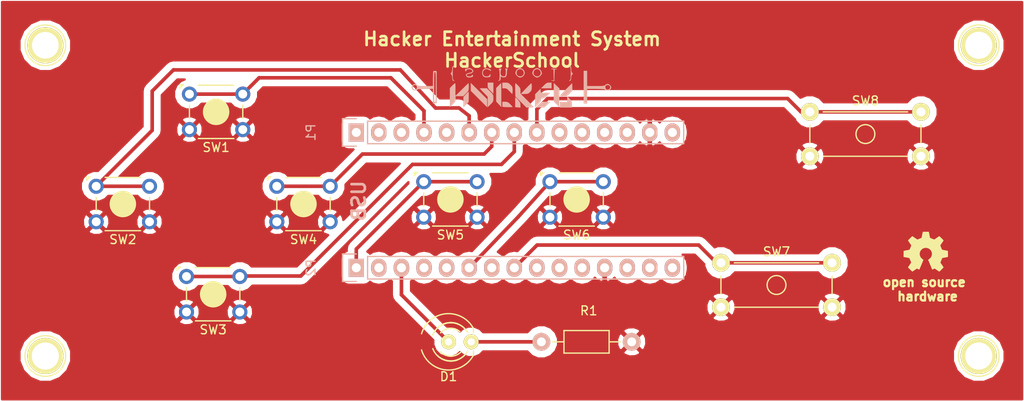
<source format=kicad_pcb>
(kicad_pcb (version 4) (host pcbnew 4.0.4+e1-6308~48~ubuntu16.04.1-stable)

  (general
    (links 36)
    (no_connects 0)
    (area 34.899999 34.899999 150.100001 80.100001)
    (thickness 1.6)
    (drawings 7)
    (tracks 46)
    (zones 0)
    (modules 18)
    (nets 31)
  )

  (page A4)
  (layers
    (0 F.Cu signal)
    (31 B.Cu signal)
    (32 B.Adhes user)
    (33 F.Adhes user)
    (34 B.Paste user)
    (35 F.Paste user)
    (36 B.SilkS user)
    (37 F.SilkS user)
    (38 B.Mask user)
    (39 F.Mask user)
    (40 Dwgs.User user)
    (41 Cmts.User user)
    (42 Eco1.User user)
    (43 Eco2.User user)
    (44 Edge.Cuts user)
    (45 Margin user)
    (46 B.CrtYd user)
    (47 F.CrtYd user)
    (48 B.Fab user)
    (49 F.Fab user)
  )

  (setup
    (last_trace_width 0.4064)
    (trace_clearance 0.2)
    (zone_clearance 0.508)
    (zone_45_only no)
    (trace_min 0.2)
    (segment_width 0.2)
    (edge_width 0.15)
    (via_size 0.6)
    (via_drill 0.4)
    (via_min_size 0.4)
    (via_min_drill 0.3)
    (uvia_size 0.3)
    (uvia_drill 0.1)
    (uvias_allowed no)
    (uvia_min_size 0)
    (uvia_min_drill 0)
    (pcb_text_width 0.3)
    (pcb_text_size 1.5 1.5)
    (mod_edge_width 0.15)
    (mod_text_size 1 1)
    (mod_text_width 0.15)
    (pad_size 1.7 1.7)
    (pad_drill 1)
    (pad_to_mask_clearance 0.2)
    (aux_axis_origin 15 15)
    (visible_elements FFFFF77F)
    (pcbplotparams
      (layerselection 0x020fc_80000001)
      (usegerberextensions true)
      (excludeedgelayer true)
      (linewidth 0.100000)
      (plotframeref false)
      (viasonmask false)
      (mode 1)
      (useauxorigin false)
      (hpglpennumber 1)
      (hpglpenspeed 20)
      (hpglpendiameter 15)
      (hpglpenoverlay 2)
      (psnegative false)
      (psa4output false)
      (plotreference true)
      (plotvalue true)
      (plotinvisibletext false)
      (padsonsilk false)
      (subtractmaskfromsilk false)
      (outputformat 1)
      (mirror false)
      (drillshape 0)
      (scaleselection 1)
      (outputdirectory ../production/))
  )

  (net 0 "")
  (net 1 "Net-(D1-Pad1)")
  (net 2 /LED)
  (net 3 "Net-(P1-Pad1)")
  (net 4 "Net-(P1-Pad2)")
  (net 5 "Net-(P1-Pad3)")
  (net 6 /L)
  (net 7 "Net-(P1-Pad5)")
  (net 8 /U)
  (net 9 /R)
  (net 10 /D)
  (net 11 "Net-(P1-Pad10)")
  (net 12 "Net-(P1-Pad11)")
  (net 13 "Net-(P1-Pad12)")
  (net 14 "Net-(P1-Pad13)")
  (net 15 GND)
  (net 16 "Net-(P1-Pad15)")
  (net 17 /ST)
  (net 18 "Net-(P2-Pad2)")
  (net 19 "Net-(P2-Pad4)")
  (net 20 "Net-(P2-Pad5)")
  (net 21 /SL)
  (net 22 /A)
  (net 23 /B)
  (net 24 "Net-(P2-Pad9)")
  (net 25 "Net-(P2-Pad10)")
  (net 26 "Net-(P2-Pad11)")
  (net 27 "Net-(P2-Pad13)")
  (net 28 "Net-(P2-Pad14)")
  (net 29 "Net-(P2-Pad15)")
  (net 30 "Net-(P2-Pad7)")

  (net_class Default "This is the default net class."
    (clearance 0.2)
    (trace_width 0.4064)
    (via_dia 0.6)
    (via_drill 0.4)
    (uvia_dia 0.3)
    (uvia_drill 0.1)
    (add_net /A)
    (add_net /B)
    (add_net /D)
    (add_net /L)
    (add_net /LED)
    (add_net /R)
    (add_net /SL)
    (add_net /ST)
    (add_net /U)
    (add_net GND)
    (add_net "Net-(D1-Pad1)")
    (add_net "Net-(P1-Pad1)")
    (add_net "Net-(P1-Pad10)")
    (add_net "Net-(P1-Pad11)")
    (add_net "Net-(P1-Pad12)")
    (add_net "Net-(P1-Pad13)")
    (add_net "Net-(P1-Pad15)")
    (add_net "Net-(P1-Pad2)")
    (add_net "Net-(P1-Pad3)")
    (add_net "Net-(P1-Pad5)")
    (add_net "Net-(P2-Pad10)")
    (add_net "Net-(P2-Pad11)")
    (add_net "Net-(P2-Pad13)")
    (add_net "Net-(P2-Pad14)")
    (add_net "Net-(P2-Pad15)")
    (add_net "Net-(P2-Pad2)")
    (add_net "Net-(P2-Pad4)")
    (add_net "Net-(P2-Pad5)")
    (add_net "Net-(P2-Pad7)")
    (add_net "Net-(P2-Pad9)")
  )

  (module LOGO (layer B.Cu) (tedit 0) (tstamp 57DAB040)
    (at 92.4306 44.6532)
    (fp_text reference G*** (at 0 0) (layer B.SilkS) hide
      (effects (font (thickness 0.3)) (justify mirror))
    )
    (fp_text value LOGO (at 0.75 0) (layer B.SilkS) hide
      (effects (font (thickness 0.3)) (justify mirror))
    )
    (fp_poly (pts (xy -6.442277 -0.66833) (xy -6.497017 -0.710846) (xy -6.549904 -0.768077) (xy -6.583967 -0.860315)
      (xy -6.603087 -1.012789) (xy -6.611143 -1.25073) (xy -6.612283 -1.460499) (xy -6.608386 -1.775093)
      (xy -6.594646 -1.985593) (xy -6.56799 -2.114727) (xy -6.525344 -2.185221) (xy -6.512892 -2.195574)
      (xy -6.429997 -2.274467) (xy -6.4135 -2.308875) (xy -6.45364 -2.348453) (xy -6.544692 -2.312518)
      (xy -6.5913 -2.2733) (xy -6.639191 -2.16536) (xy -6.66566 -1.989031) (xy -6.6675 -1.928585)
      (xy -6.695031 -1.707054) (xy -6.76867 -1.558931) (xy -6.770497 -1.557075) (xy -6.839121 -1.470733)
      (xy -6.810853 -1.408408) (xy -6.773255 -1.377914) (xy -6.701035 -1.256536) (xy -6.658692 -1.040712)
      (xy -6.654384 -0.984821) (xy -6.633516 -0.788473) (xy -6.591564 -0.686587) (xy -6.51464 -0.646832)
      (xy -6.50875 -0.64574) (xy -6.421261 -0.635506) (xy -6.442277 -0.66833)) (layer B.SilkS) (width 0.01))
    (fp_poly (pts (xy 6.57225 -0.64574) (xy 6.651654 -0.682858) (xy 6.695273 -0.78021) (xy 6.716994 -0.970129)
      (xy 6.717883 -0.984821) (xy 6.757968 -1.237502) (xy 6.84013 -1.38099) (xy 6.844883 -1.384792)
      (xy 6.918849 -1.454612) (xy 6.886865 -1.504097) (xy 6.842125 -1.530822) (xy 6.766763 -1.617961)
      (xy 6.734131 -1.785945) (xy 6.731 -1.895455) (xy 6.715821 -2.090761) (xy 6.677428 -2.237008)
      (xy 6.6548 -2.2733) (xy 6.555141 -2.340849) (xy 6.486238 -2.336919) (xy 6.477 -2.308875)
      (xy 6.521722 -2.242291) (xy 6.576391 -2.195574) (xy 6.623167 -2.135397) (xy 6.653245 -2.021831)
      (xy 6.669696 -1.83215) (xy 6.675595 -1.543628) (xy 6.675782 -1.460499) (xy 6.67279 -1.154311)
      (xy 6.661226 -0.949805) (xy 6.637212 -0.821751) (xy 6.596868 -0.744919) (xy 6.560516 -0.710846)
      (xy 6.482785 -0.646466) (xy 6.511579 -0.636136) (xy 6.57225 -0.64574)) (layer B.SilkS) (width 0.01))
    (fp_poly (pts (xy -4.611442 -1.043277) (xy -4.609752 -1.04353) (xy -4.424197 -1.082868) (xy -4.336758 -1.138643)
      (xy -4.318 -1.21039) (xy -4.349781 -1.317316) (xy -4.417709 -1.315877) (xy -4.467964 -1.23825)
      (xy -4.553166 -1.170374) (xy -4.705381 -1.144273) (xy -4.871539 -1.160378) (xy -4.998571 -1.219122)
      (xy -5.012825 -1.233821) (xy -5.048628 -1.316514) (xy -4.975582 -1.384716) (xy -4.961275 -1.392571)
      (xy -4.795542 -1.446663) (xy -4.671425 -1.4605) (xy -4.504319 -1.504785) (xy -4.380045 -1.588955)
      (xy -4.294217 -1.705177) (xy -4.305054 -1.814688) (xy -4.320406 -1.845994) (xy -4.432179 -1.967721)
      (xy -4.548245 -2.035039) (xy -4.688534 -2.081662) (xy -4.792023 -2.080974) (xy -4.933593 -2.031612)
      (xy -4.94299 -2.027851) (xy -5.077438 -1.994999) (xy -5.149365 -2.003874) (xy -5.191585 -1.9778)
      (xy -5.207 -1.876997) (xy -5.185721 -1.75588) (xy -5.1435 -1.7145) (xy -5.086966 -1.765846)
      (xy -5.08 -1.80854) (xy -5.026668 -1.901483) (xy -4.894208 -1.952938) (xy -4.723925 -1.961724)
      (xy -4.557127 -1.926659) (xy -4.435118 -1.846563) (xy -4.421163 -1.827372) (xy -4.388543 -1.711305)
      (xy -4.46272 -1.624214) (xy -4.651876 -1.559119) (xy -4.760541 -1.537851) (xy -4.992849 -1.469875)
      (xy -5.112232 -1.368703) (xy -5.113815 -1.241412) (xy -5.037495 -1.135772) (xy -4.93058 -1.052279)
      (xy -4.805953 -1.025198) (xy -4.611442 -1.043277)) (layer B.SilkS) (width 0.01))
    (fp_poly (pts (xy -2.731228 -1.042486) (xy -2.558626 -1.070352) (xy -2.436009 -1.089017) (xy -2.428875 -1.089998)
      (xy -2.370819 -1.152949) (xy -2.352831 -1.264708) (xy -2.356162 -1.42875) (xy -2.455826 -1.285875)
      (xy -2.603467 -1.172691) (xy -2.801404 -1.135493) (xy -2.998438 -1.174412) (xy -3.13965 -1.284129)
      (xy -3.223433 -1.489657) (xy -3.203517 -1.682824) (xy -3.102883 -1.842243) (xy -2.944511 -1.946526)
      (xy -2.75138 -1.974283) (xy -2.546471 -1.904127) (xy -2.504512 -1.875269) (xy -2.36413 -1.790594)
      (xy -2.29275 -1.79719) (xy -2.286 -1.826225) (xy -2.342581 -1.915253) (xy -2.48468 -1.990973)
      (xy -2.670834 -2.042214) (xy -2.859579 -2.057803) (xy -3.009451 -2.026567) (xy -3.01625 -2.022989)
      (xy -3.203831 -1.870801) (xy -3.290731 -1.663228) (xy -3.302 -1.516472) (xy -3.248231 -1.277915)
      (xy -3.101713 -1.111812) (xy -2.884631 -1.036586) (xy -2.731228 -1.042486)) (layer B.SilkS) (width 0.01))
    (fp_poly (pts (xy 1.132198 -1.054959) (xy 1.28605 -1.141995) (xy 1.446155 -1.33535) (xy 1.498173 -1.555783)
      (xy 1.444855 -1.771354) (xy 1.288951 -1.950128) (xy 1.212381 -1.997208) (xy 1.05761 -2.069625)
      (xy 0.948635 -2.084435) (xy 0.820942 -2.046966) (xy 0.784669 -2.032534) (xy 0.608123 -1.903978)
      (xy 0.482429 -1.708563) (xy 0.446262 -1.544716) (xy 0.5715 -1.544716) (xy 0.622763 -1.75877)
      (xy 0.754839 -1.904801) (xy 0.935158 -1.968969) (xy 1.131151 -1.937436) (xy 1.27 -1.8415)
      (xy 1.380375 -1.658247) (xy 1.388696 -1.463006) (xy 1.308389 -1.289917) (xy 1.152881 -1.173119)
      (xy 0.995283 -1.143) (xy 0.772475 -1.194883) (xy 0.624137 -1.337102) (xy 0.5715 -1.544716)
      (xy 0.446262 -1.544716) (xy 0.4445 -1.536736) (xy 0.496871 -1.376154) (xy 0.627016 -1.209217)
      (xy 0.794482 -1.075951) (xy 0.958813 -1.016383) (xy 0.970801 -1.016) (xy 1.132198 -1.054959)) (layer B.SilkS) (width 0.01))
    (fp_poly (pts (xy 3.040517 -1.06088) (xy 3.20739 -1.172021) (xy 3.349148 -1.314173) (xy 3.425069 -1.452085)
      (xy 3.429 -1.483231) (xy 3.371104 -1.727051) (xy 3.217738 -1.92899) (xy 3.117381 -1.997208)
      (xy 2.96261 -2.069625) (xy 2.853635 -2.084435) (xy 2.725942 -2.046966) (xy 2.689669 -2.032534)
      (xy 2.513123 -1.903978) (xy 2.387429 -1.708563) (xy 2.351262 -1.544716) (xy 2.4765 -1.544716)
      (xy 2.527763 -1.75877) (xy 2.659839 -1.904801) (xy 2.840158 -1.968969) (xy 3.036151 -1.937436)
      (xy 3.175 -1.8415) (xy 3.285375 -1.658247) (xy 3.293696 -1.463006) (xy 3.213389 -1.289917)
      (xy 3.057881 -1.173119) (xy 2.900283 -1.143) (xy 2.677475 -1.194883) (xy 2.529137 -1.337102)
      (xy 2.4765 -1.544716) (xy 2.351262 -1.544716) (xy 2.3495 -1.536736) (xy 2.402863 -1.371375)
      (xy 2.536141 -1.20362) (xy 2.709115 -1.072273) (xy 2.881566 -1.016136) (xy 2.88925 -1.016)
      (xy 3.040517 -1.06088)) (layer B.SilkS) (width 0.01))
    (fp_poly (pts (xy -1.294849 -0.690205) (xy -1.221755 -0.819485) (xy -1.213594 -0.987626) (xy -1.232122 -1.054678)
      (xy -1.23953 -1.125512) (xy -1.159943 -1.1103) (xy -1.159596 -1.110154) (xy -0.893953 -1.032272)
      (xy -0.701218 -1.05602) (xy -0.57677 -1.184818) (xy -0.515985 -1.422082) (xy -0.508 -1.59205)
      (xy -0.493946 -1.83184) (xy -0.453695 -1.967232) (xy -0.428625 -1.989945) (xy -0.429786 -2.011209)
      (xy -0.531883 -2.023938) (xy -0.5715 -2.025055) (xy -0.706641 -2.018308) (xy -0.723657 -1.990457)
      (xy -0.697332 -1.971643) (xy -0.642545 -1.907748) (xy -0.622318 -1.782079) (xy -0.632142 -1.564345)
      (xy -0.633832 -1.544949) (xy -0.65662 -1.336805) (xy -0.689268 -1.223467) (xy -0.749209 -1.172967)
      (xy -0.846991 -1.154115) (xy -1.051559 -1.175132) (xy -1.17912 -1.295273) (xy -1.231279 -1.5165)
      (xy -1.231761 -1.625071) (xy -1.206686 -1.820359) (xy -1.156806 -1.951718) (xy -1.133872 -1.975485)
      (xy -1.119206 -2.012605) (xy -1.228496 -2.026222) (xy -1.27 -2.026014) (xy -1.393954 -2.015918)
      (xy -1.423696 -1.995918) (xy -1.412875 -1.989945) (xy -1.371928 -1.924382) (xy -1.346287 -1.759751)
      (xy -1.334586 -1.484754) (xy -1.3335 -1.332864) (xy -1.336233 -1.041796) (xy -1.34711 -0.854008)
      (xy -1.370149 -0.745849) (xy -1.409369 -0.693666) (xy -1.444625 -0.678772) (xy -1.501963 -0.655809)
      (xy -1.438145 -0.643786) (xy -1.414085 -0.642366) (xy -1.294849 -0.690205)) (layer B.SilkS) (width 0.01))
    (fp_poly (pts (xy 4.839653 -1.285875) (xy 4.85775 -1.93675) (xy 5.08 -1.976015) (xy 5.143155 -1.995302)
      (xy 5.082461 -2.008334) (xy 4.900932 -2.014696) (xy 4.79425 -2.015281) (xy 4.564858 -2.011725)
      (xy 4.455083 -2.001332) (xy 4.467943 -1.984517) (xy 4.5085 -1.976015) (xy 4.73075 -1.93675)
      (xy 4.74887 -1.322059) (xy 4.766991 -0.707369) (xy 4.59012 -0.680698) (xy 4.479138 -0.662128)
      (xy 4.484672 -0.652417) (xy 4.611843 -0.644773) (xy 4.617403 -0.644514) (xy 4.821557 -0.635)
      (xy 4.839653 -1.285875)) (layer B.SilkS) (width 0.01))
    (fp_poly (pts (xy -8.620125 1.893149) (xy -8.41375 1.87325) (xy -8.41375 -1.74625) (xy -8.574877 -1.76504)
      (xy -8.713584 -1.763346) (xy -8.781252 -1.738581) (xy -8.798283 -1.661291) (xy -8.812385 -1.482528)
      (xy -8.822217 -1.227808) (xy -8.826434 -0.922649) (xy -8.8265 -0.878416) (xy -8.8265 -0.0635)
      (xy -9.663783 -0.0635) (xy -10.008199 -0.06502) (xy -10.249682 -0.071845) (xy -10.412287 -0.087364)
      (xy -10.520065 -0.114972) (xy -10.597072 -0.158059) (xy -10.648954 -0.202434) (xy -10.822541 -0.294797)
      (xy -10.997678 -0.275098) (xy -11.140278 -0.153168) (xy -11.192657 -0.04559) (xy -11.205079 0.110446)
      (xy -11.103516 0.110446) (xy -11.076278 -0.083889) (xy -11.073957 -0.090056) (xy -10.985411 -0.170523)
      (xy -10.844196 -0.184635) (xy -10.706433 -0.131557) (xy -10.668685 -0.096074) (xy -10.621451 0.042289)
      (xy -10.624898 0.0635) (xy -8.6995 0.0635) (xy -8.698718 -0.453919) (xy -8.695873 -0.857795)
      (xy -8.690219 -1.161579) (xy -8.681007 -1.378721) (xy -8.667491 -1.52267) (xy -8.648923 -1.606878)
      (xy -8.624557 -1.644795) (xy -8.60425 -1.651) (xy -8.575505 -1.636919) (xy -8.553067 -1.585712)
      (xy -8.536191 -1.483928) (xy -8.524127 -1.318116) (xy -8.51613 -1.074826) (xy -8.511452 -0.740608)
      (xy -8.509345 -0.302012) (xy -8.509 0.0635) (xy -8.509783 0.58092) (xy -8.512628 0.984796)
      (xy -8.518282 1.28858) (xy -8.527494 1.505722) (xy -8.54101 1.649671) (xy -8.559578 1.733879)
      (xy -8.583944 1.771796) (xy -8.60425 1.778) (xy -8.632996 1.76392) (xy -8.655434 1.712713)
      (xy -8.67231 1.610929) (xy -8.684374 1.445117) (xy -8.692371 1.201827) (xy -8.697049 0.867609)
      (xy -8.699156 0.429013) (xy -8.6995 0.0635) (xy -10.624898 0.0635) (xy -10.647522 0.202706)
      (xy -10.732947 0.323206) (xy -10.767302 0.342019) (xy -10.928826 0.351864) (xy -11.047631 0.265185)
      (xy -11.103516 0.110446) (xy -11.205079 0.110446) (xy -11.209115 0.161138) (xy -11.130025 0.323106)
      (xy -10.98453 0.419666) (xy -10.801771 0.430171) (xy -10.632512 0.35127) (xy -10.543777 0.310011)
      (xy -10.392856 0.281793) (xy -10.160672 0.264733) (xy -9.828148 0.256948) (xy -9.667875 0.25602)
      (xy -8.8265 0.254) (xy -8.8265 1.913047) (xy -8.620125 1.893149)) (layer B.SilkS) (width 0.01))
    (fp_poly (pts (xy 8.509 0.254) (xy 9.456353 0.254) (xy 9.847406 0.256667) (xy 10.133349 0.266019)
      (xy 10.335989 0.284085) (xy 10.477133 0.312895) (xy 10.578585 0.354479) (xy 10.587047 0.359223)
      (xy 10.805855 0.429066) (xy 11.008475 0.396877) (xy 11.16011 0.270778) (xy 11.189188 0.218664)
      (xy 11.226413 0.086308) (xy 11.186065 -0.035564) (xy 11.133123 -0.112959) (xy 10.96588 -0.261803)
      (xy 10.782944 -0.301903) (xy 10.612375 -0.229207) (xy 10.57547 -0.193505) (xy 10.521566 -0.143669)
      (xy 10.450744 -0.108449) (xy 10.341926 -0.085335) (xy 10.174031 -0.071819) (xy 9.925979 -0.065391)
      (xy 9.576691 -0.063541) (xy 9.483408 -0.0635) (xy 8.509 -0.0635) (xy 8.509 -1.778)
      (xy 8.128 -1.778) (xy 8.128 0.099887) (xy 10.558503 0.099887) (xy 10.579612 -0.055718)
      (xy 10.605184 -0.096074) (xy 10.743729 -0.176888) (xy 10.915306 -0.178107) (xy 11.0363 -0.1143)
      (xy 11.112107 0.031992) (xy 11.09003 0.18313) (xy 10.99294 0.304639) (xy 10.843709 0.36204)
      (xy 10.729249 0.348536) (xy 10.613877 0.254331) (xy 10.558503 0.099887) (xy 8.128 0.099887)
      (xy 8.128 1.905) (xy 8.509 1.905) (xy 8.509 0.254)) (layer B.SilkS) (width 0.01))
    (fp_poly (pts (xy -2.032 -0.4445) (xy -2.667 -0.4445) (xy -2.667 -0.140487) (xy -2.659275 0.029007)
      (xy -2.622238 0.156831) (xy -2.535097 0.283375) (xy -2.377058 0.449027) (xy -2.3495 0.47625)
      (xy -2.032 0.788976) (xy -2.032 -0.4445)) (layer B.SilkS) (width 0.01))
    (fp_poly (pts (xy 0.112878 0.767654) (xy 0.123427 0.616696) (xy 0.127 0.425638) (xy 0.121647 0.199872)
      (xy 0.093307 0.052439) (xy 0.023554 -0.065246) (xy -0.106034 -0.201768) (xy -0.113803 -0.209362)
      (xy -0.274435 -0.351516) (xy -0.414365 -0.421181) (xy -0.594306 -0.443339) (xy -0.685303 -0.4445)
      (xy -1.016 -0.4445) (xy -1.016 0.1905) (xy -0.77069 0.1905) (xy -0.624213 0.20322)
      (xy -0.500489 0.255847) (xy -0.362452 0.370081) (xy -0.228395 0.508) (xy -0.075944 0.666771)
      (xy 0.040897 0.780626) (xy 0.097374 0.825472) (xy 0.097794 0.8255) (xy 0.112878 0.767654)) (layer B.SilkS) (width 0.01))
    (fp_poly (pts (xy 4.5085 -0.4445) (xy 4.236237 -0.4445) (xy 4.079656 -0.43434) (xy 3.953622 -0.389876)
      (xy 3.81948 -0.290126) (xy 3.65125 -0.127) (xy 3.338524 0.1905) (xy 4.5085 0.1905)
      (xy 4.5085 -0.4445)) (layer B.SilkS) (width 0.01))
    (fp_poly (pts (xy -6.604 2.00025) (xy -6.434933 1.826328) (xy -6.339536 1.696902) (xy -6.297018 1.571584)
      (xy -6.286585 1.409982) (xy -6.2865 1.383513) (xy -6.2865 1.0795) (xy -5.424476 1.0795)
      (xy -5.118716 0.769072) (xy -4.956791 0.598967) (xy -4.864534 0.470238) (xy -4.821282 0.334992)
      (xy -4.806368 0.145339) (xy -4.803603 0.038788) (xy -4.803408 -0.173386) (xy -4.811918 -0.324331)
      (xy -4.827083 -0.381034) (xy -4.880861 -0.338382) (xy -5.007753 -0.220715) (xy -5.191688 -0.043431)
      (xy -5.416592 0.178071) (xy -5.55625 0.3175) (xy -5.79725 0.557247) (xy -6.006396 0.761518)
      (xy -6.167615 0.914912) (xy -6.264834 1.002031) (xy -6.285418 1.01613) (xy -6.296925 0.956999)
      (xy -6.303029 0.796559) (xy -6.303251 0.560405) (xy -6.298414 0.31763) (xy -6.295041 0.037039)
      (xy -6.301058 -0.189768) (xy -6.315205 -0.337201) (xy -6.332818 -0.381) (xy -6.402979 -0.338931)
      (xy -6.529772 -0.229784) (xy -6.654279 -0.108721) (xy -6.9215 0.163558) (xy -6.9215 2.312976)
      (xy -6.604 2.00025)) (layer B.SilkS) (width 0.01))
    (fp_poly (pts (xy -2.7305 1.427108) (xy -3.65125 0.508) (xy -4.572 -0.411107) (xy -4.572 0.477893)
      (xy -3.65125 1.397) (xy -2.7305 2.316108) (xy -2.7305 1.427108)) (layer B.SilkS) (width 0.01))
    (fp_poly (pts (xy -1.143 0.958644) (xy -1.143836 0.561652) (xy -1.146172 0.211391) (xy -1.149753 -0.07363)
      (xy -1.154322 -0.274903) (xy -1.159624 -0.373917) (xy -1.161529 -0.381) (xy -1.212051 -0.339508)
      (xy -1.324548 -0.231725) (xy -1.447279 -0.108721) (xy -1.7145 0.163558) (xy -1.709458 1.68275)
      (xy -1.426229 1.990519) (xy -1.143 2.298287) (xy -1.143 0.958644)) (layer B.SilkS) (width 0.01))
    (fp_poly (pts (xy 2.284408 2.342432) (xy 2.428234 2.323993) (xy 2.4765 2.30084) (xy 2.433718 2.241807)
      (xy 2.315443 2.109843) (xy 2.136779 1.921017) (xy 1.912832 1.691396) (xy 1.74625 1.524001)
      (xy 1.016 0.795822) (xy 1.016 0.47969) (xy 1.006573 0.289398) (xy 0.963089 0.150247)
      (xy 0.862739 0.012014) (xy 0.748778 -0.108721) (xy 0.601749 -0.253177) (xy 0.49116 -0.351953)
      (xy 0.447153 -0.381124) (xy 0.435257 -0.321845) (xy 0.428402 -0.160416) (xy 0.4271 0.078392)
      (xy 0.431741 0.365001) (xy 0.450732 1.11125) (xy 1.065549 1.730376) (xy 1.680367 2.349501)
      (xy 2.078433 2.349501) (xy 2.284408 2.342432)) (layer B.SilkS) (width 0.01))
    (fp_poly (pts (xy 1.698609 0.820163) (xy 1.84789 0.793902) (xy 1.960645 0.731347) (xy 2.08205 0.617126)
      (xy 2.083043 0.616102) (xy 2.197296 0.485167) (xy 2.258296 0.361946) (xy 2.282364 0.197925)
      (xy 2.286 0.012852) (xy 2.279043 -0.190234) (xy 2.260904 -0.329381) (xy 2.238375 -0.372546)
      (xy 2.178988 -0.325853) (xy 2.050593 -0.204223) (xy 1.871152 -0.025264) (xy 1.658629 0.193417)
      (xy 1.622957 0.230704) (xy 1.055164 0.8255) (xy 1.467625 0.8255) (xy 1.698609 0.820163)) (layer B.SilkS) (width 0.01))
    (fp_poly (pts (xy 5.358644 2.225808) (xy 5.365318 2.059883) (xy 5.372739 1.809157) (xy 5.380259 1.494722)
      (xy 5.385122 1.253966) (xy 5.404494 0.22225) (xy 5.083497 -0.092862) (xy 4.7625 -0.407975)
      (xy 4.763971 0.637388) (xy 4.765443 1.68275) (xy 5.053214 1.984375) (xy 5.201168 2.137618)
      (xy 5.309291 2.246144) (xy 5.353367 2.285841) (xy 5.358644 2.225808)) (layer B.SilkS) (width 0.01))
    (fp_poly (pts (xy 6.076119 1.075401) (xy 6.22102 1.049534) (xy 6.341478 0.981548) (xy 6.484005 0.851092)
      (xy 6.561902 0.772506) (xy 6.864281 0.465511) (xy 6.845265 0.040743) (xy 6.82625 -0.384025)
      (xy 6.143625 0.30115) (xy 5.906919 0.541644) (xy 5.705835 0.751488) (xy 5.555921 0.91401)
      (xy 5.472729 1.012543) (xy 5.461 1.032912) (xy 5.51883 1.056988) (xy 5.669732 1.073816)
      (xy 5.860262 1.0795) (xy 6.076119 1.075401)) (layer B.SilkS) (width 0.01))
    (fp_poly (pts (xy -2.3495 2.00025) (xy -2.183114 1.831271) (xy -2.088195 1.70627) (xy -2.044694 1.58117)
      (xy -2.032566 1.41189) (xy -2.032 1.30215) (xy -2.035075 1.109191) (xy -2.056488 0.973709)
      (xy -2.114528 0.858404) (xy -2.227481 0.725975) (xy -2.398967 0.553638) (xy -2.765933 0.1905)
      (xy -3.160967 0.1905) (xy -3.366088 0.192851) (xy -3.508904 0.198979) (xy -3.556 0.20656)
      (xy -3.514929 0.256016) (xy -3.404145 0.376619) (xy -3.242297 0.548296) (xy -3.1115 0.685097)
      (xy -2.667 1.147574) (xy -2.667 2.312976) (xy -2.3495 2.00025)) (layer B.SilkS) (width 0.01))
    (fp_poly (pts (xy 2.9845 2.00025) (xy 3.177184 1.79096) (xy 3.277833 1.627854) (xy 3.302 1.510513)
      (xy 3.318823 1.385832) (xy 3.395738 1.339107) (xy 3.497221 1.333501) (xy 3.638748 1.306599)
      (xy 3.796121 1.21434) (xy 3.998058 1.039394) (xy 4.021096 1.01737) (xy 4.34975 0.70124)
      (xy 3.309666 0.6985) (xy 3.289958 0.473071) (xy 3.27025 0.247641) (xy 2.667 0.861613)
      (xy 2.667 2.312976) (xy 2.9845 2.00025)) (layer B.SilkS) (width 0.01))
    (fp_poly (pts (xy -4.816981 1.73556) (xy -4.805616 1.153491) (xy -4.803859 0.899611) (xy -4.80859 0.702281)
      (xy -4.818827 0.589433) (xy -4.826 0.573411) (xy -4.881835 0.617795) (xy -4.995985 0.731568)
      (xy -5.127625 0.872558) (xy -5.3975 1.169717) (xy -5.3975 2.316079) (xy -4.816981 1.73556)) (layer B.SilkS) (width 0.01))
    (fp_poly (pts (xy 6.7945 1.981388) (xy 6.787604 1.764175) (xy 6.752003 1.619536) (xy 6.665325 1.493199)
      (xy 6.5405 1.36525) (xy 6.2865 1.117226) (xy 6.2865 1.7145) (xy 5.461 1.7145)
      (xy 5.461 2.3495) (xy 6.7945 2.3495) (xy 6.7945 1.981388)) (layer B.SilkS) (width 0.01))
    (fp_poly (pts (xy 1.01559 2.083105) (xy 0.99995 1.904807) (xy 0.939388 1.751139) (xy 0.812505 1.574592)
      (xy 0.756649 1.508125) (xy 0.615516 1.350822) (xy 0.505557 1.24169) (xy 0.455434 1.206478)
      (xy 0.437476 1.265143) (xy 0.425691 1.422016) (xy 0.421759 1.648389) (xy 0.42294 1.762103)
      (xy 0.43313 2.31775) (xy 0.724565 2.337105) (xy 1.016 2.356459) (xy 1.01559 2.083105)) (layer B.SilkS) (width 0.01))
    (fp_poly (pts (xy -0.005619 2.304507) (xy 0.109596 2.295173) (xy 0.12702 2.288404) (xy 0.086108 2.231174)
      (xy -0.020106 2.112317) (xy -0.140222 1.986779) (xy -0.303798 1.831214) (xy -0.433948 1.749486)
      (xy -0.579247 1.718454) (xy -0.711722 1.7145) (xy -1.016 1.7145) (xy -1.016 1.9685)
      (xy -1.019636 2.138259) (xy -1.028683 2.246793) (xy -1.031875 2.259411) (xy -0.980258 2.27649)
      (xy -0.828595 2.291862) (xy -0.60384 2.303282) (xy -0.460355 2.307036) (xy -0.204914 2.308757)
      (xy -0.005619 2.304507)) (layer B.SilkS) (width 0.01))
    (fp_poly (pts (xy 4.038188 2.032) (xy 4.373897 1.7145) (xy 3.392475 1.7145) (xy 3.07975 2.032)
      (xy 2.767024 2.3495) (xy 3.234751 2.3495) (xy 3.702478 2.349501) (xy 4.038188 2.032)) (layer B.SilkS) (width 0.01))
  )

  (module LOGO (layer F.Cu) (tedit 0) (tstamp 57DB0CA3)
    (at 139.0396 63.246)
    (fp_text reference G*** (at 0 2.65176) (layer F.SilkS) hide
      (effects (font (size 0.22606 0.22606) (thickness 0.04318)))
    )
    (fp_text value LOGO (at 0 -2.65176) (layer F.SilkS) hide
      (effects (font (size 0.22606 0.22606) (thickness 0.04318)))
    )
    (fp_poly (pts (xy -1.51384 2.24536) (xy -1.48844 2.23012) (xy -1.43002 2.19456) (xy -1.3462 2.13868)
      (xy -1.24714 2.07264) (xy -1.14808 2.0066) (xy -1.0668 1.95326) (xy -1.01092 1.91516)
      (xy -0.98552 1.90246) (xy -0.97282 1.90754) (xy -0.9271 1.9304) (xy -0.85852 1.96596)
      (xy -0.81788 1.98628) (xy -0.75692 2.01168) (xy -0.7239 2.0193) (xy -0.71882 2.00914)
      (xy -0.69596 1.96088) (xy -0.6604 1.8796) (xy -0.61468 1.77038) (xy -0.5588 1.64338)
      (xy -0.50292 1.50876) (xy -0.4445 1.36906) (xy -0.38862 1.23444) (xy -0.34036 1.11506)
      (xy -0.29972 1.01854) (xy -0.27432 0.94996) (xy -0.26416 0.92202) (xy -0.2667 0.9144)
      (xy -0.29972 0.88392) (xy -0.35306 0.84328) (xy -0.47244 0.74676) (xy -0.58928 0.60198)
      (xy -0.6604 0.43688) (xy -0.68326 0.25146) (xy -0.66294 0.08128) (xy -0.5969 -0.08128)
      (xy -0.4826 -0.2286) (xy -0.3429 -0.33782) (xy -0.18034 -0.4064) (xy 0 -0.42926)
      (xy 0.17272 -0.40894) (xy 0.34036 -0.3429) (xy 0.48768 -0.23114) (xy 0.55118 -0.16002)
      (xy 0.63754 -0.01016) (xy 0.6858 0.14732) (xy 0.69088 0.18796) (xy 0.68326 0.36322)
      (xy 0.63246 0.5334) (xy 0.53848 0.68326) (xy 0.40894 0.80772) (xy 0.3937 0.81788)
      (xy 0.33528 0.8636) (xy 0.29464 0.89408) (xy 0.26416 0.91948) (xy 0.48768 1.45796)
      (xy 0.52324 1.54178) (xy 0.5842 1.6891) (xy 0.63754 1.8161) (xy 0.68072 1.9177)
      (xy 0.7112 1.98374) (xy 0.7239 2.01168) (xy 0.7239 2.01422) (xy 0.74422 2.01676)
      (xy 0.78486 2.00152) (xy 0.86106 1.96596) (xy 0.90932 1.94056) (xy 0.96774 1.91262)
      (xy 0.99314 1.90246) (xy 1.016 1.91516) (xy 1.06934 1.95072) (xy 1.15062 2.00406)
      (xy 1.24714 2.06756) (xy 1.33858 2.13106) (xy 1.4224 2.18694) (xy 1.48336 2.22504)
      (xy 1.51384 2.24282) (xy 1.51892 2.24282) (xy 1.54432 2.22758) (xy 1.59258 2.18694)
      (xy 1.66624 2.11836) (xy 1.77038 2.01422) (xy 1.78562 1.99898) (xy 1.87198 1.91262)
      (xy 1.94056 1.83896) (xy 1.98628 1.78816) (xy 2.00406 1.7653) (xy 2.00406 1.7653)
      (xy 1.98882 1.73482) (xy 1.95072 1.67386) (xy 1.89484 1.5875) (xy 1.82626 1.48844)
      (xy 1.64846 1.22936) (xy 1.74498 0.98552) (xy 1.77546 0.90932) (xy 1.81356 0.82042)
      (xy 1.8415 0.75438) (xy 1.85674 0.72644) (xy 1.88214 0.71628) (xy 1.95072 0.70104)
      (xy 2.04724 0.68072) (xy 2.16154 0.6604) (xy 2.2733 0.64008) (xy 2.37236 0.61976)
      (xy 2.44348 0.60706) (xy 2.4765 0.59944) (xy 2.48412 0.59436) (xy 2.49174 0.57912)
      (xy 2.49428 0.5461) (xy 2.49682 0.48514) (xy 2.49936 0.39116) (xy 2.49936 0.25146)
      (xy 2.49936 0.23622) (xy 2.49682 0.10668) (xy 2.49428 0) (xy 2.49174 -0.06604)
      (xy 2.48666 -0.09398) (xy 2.48666 -0.09398) (xy 2.45618 -0.1016) (xy 2.38506 -0.11684)
      (xy 2.286 -0.13462) (xy 2.16662 -0.15748) (xy 2.159 -0.16002) (xy 2.04216 -0.18288)
      (xy 1.9431 -0.2032) (xy 1.87198 -0.21844) (xy 1.84404 -0.2286) (xy 1.83642 -0.23622)
      (xy 1.81356 -0.28194) (xy 1.78054 -0.3556) (xy 1.7399 -0.4445) (xy 1.7018 -0.53848)
      (xy 1.66878 -0.6223) (xy 1.64592 -0.68326) (xy 1.6383 -0.7112) (xy 1.64084 -0.71374)
      (xy 1.65862 -0.74168) (xy 1.69926 -0.80264) (xy 1.75514 -0.88646) (xy 1.82372 -0.98806)
      (xy 1.8288 -0.99568) (xy 1.89738 -1.09474) (xy 1.95326 -1.1811) (xy 1.98882 -1.23952)
      (xy 2.00406 -1.26746) (xy 2.00406 -1.27) (xy 1.9812 -1.30048) (xy 1.9304 -1.35636)
      (xy 1.85674 -1.43256) (xy 1.77038 -1.52146) (xy 1.74244 -1.54686) (xy 1.64338 -1.64338)
      (xy 1.57734 -1.70434) (xy 1.53416 -1.73736) (xy 1.51384 -1.74498) (xy 1.51384 -1.74498)
      (xy 1.48336 -1.7272) (xy 1.41986 -1.68656) (xy 1.33604 -1.62814) (xy 1.23444 -1.55956)
      (xy 1.22682 -1.55448) (xy 1.12776 -1.4859) (xy 1.04394 -1.43002) (xy 0.98552 -1.38938)
      (xy 0.95758 -1.37414) (xy 0.95504 -1.37414) (xy 0.9144 -1.38684) (xy 0.84328 -1.41224)
      (xy 0.75438 -1.44526) (xy 0.66294 -1.48336) (xy 0.57912 -1.51892) (xy 0.51562 -1.54686)
      (xy 0.48514 -1.56464) (xy 0.48514 -1.56464) (xy 0.47498 -1.6002) (xy 0.4572 -1.6764)
      (xy 0.43688 -1.778) (xy 0.41148 -1.89992) (xy 0.40894 -1.92024) (xy 0.38608 -2.03962)
      (xy 0.3683 -2.13868) (xy 0.35306 -2.20726) (xy 0.34544 -2.2352) (xy 0.3302 -2.23774)
      (xy 0.27178 -2.24282) (xy 0.18288 -2.24536) (xy 0.07366 -2.24536) (xy -0.0381 -2.24536)
      (xy -0.14732 -2.24282) (xy -0.2413 -2.24028) (xy -0.30988 -2.2352) (xy -0.33782 -2.23012)
      (xy -0.33782 -2.22758) (xy -0.34798 -2.18948) (xy -0.36576 -2.11582) (xy -0.38608 -2.01168)
      (xy -0.40894 -1.88976) (xy -0.41402 -1.8669) (xy -0.43688 -1.75006) (xy -0.4572 -1.651)
      (xy -0.4699 -1.58496) (xy -0.47752 -1.55702) (xy -0.49022 -1.55194) (xy -0.53848 -1.53162)
      (xy -0.61722 -1.4986) (xy -0.71628 -1.45796) (xy -0.94488 -1.36652) (xy -1.22682 -1.55702)
      (xy -1.25222 -1.5748) (xy -1.35382 -1.64338) (xy -1.4351 -1.69926) (xy -1.49352 -1.73736)
      (xy -1.51638 -1.75006) (xy -1.51892 -1.75006) (xy -1.54686 -1.72466) (xy -1.60274 -1.67132)
      (xy -1.67894 -1.59766) (xy -1.76784 -1.5113) (xy -1.83134 -1.44526) (xy -1.91008 -1.36652)
      (xy -1.95834 -1.31318) (xy -1.98628 -1.28016) (xy -1.9939 -1.25984) (xy -1.99136 -1.2446)
      (xy -1.97358 -1.21666) (xy -1.93294 -1.1557) (xy -1.87452 -1.06934) (xy -1.80594 -0.97028)
      (xy -1.75006 -0.88646) (xy -1.6891 -0.79248) (xy -1.651 -0.72644) (xy -1.63576 -0.69342)
      (xy -1.64084 -0.68072) (xy -1.65862 -0.62484) (xy -1.69418 -0.54102) (xy -1.73482 -0.44196)
      (xy -1.83388 -0.22098) (xy -1.97866 -0.19304) (xy -2.06756 -0.17526) (xy -2.18948 -0.1524)
      (xy -2.30886 -0.12954) (xy -2.49174 -0.09398) (xy -2.49936 0.58166) (xy -2.47142 0.59436)
      (xy -2.44348 0.60198) (xy -2.3749 0.61722) (xy -2.27838 0.63754) (xy -2.16154 0.65786)
      (xy -2.06502 0.67564) (xy -1.96596 0.69596) (xy -1.89484 0.70866) (xy -1.86436 0.71628)
      (xy -1.8542 0.72644) (xy -1.83134 0.7747) (xy -1.79578 0.8509) (xy -1.75514 0.94234)
      (xy -1.71704 1.03632) (xy -1.68148 1.12522) (xy -1.65862 1.19126) (xy -1.64846 1.22428)
      (xy -1.66116 1.25222) (xy -1.69926 1.31064) (xy -1.7526 1.39192) (xy -1.82118 1.49098)
      (xy -1.88722 1.5875) (xy -1.94564 1.67132) (xy -1.98374 1.73228) (xy -2.00152 1.76022)
      (xy -1.99136 1.778) (xy -1.95326 1.82626) (xy -1.8796 1.90246) (xy -1.76784 2.01168)
      (xy -1.75006 2.02946) (xy -1.6637 2.11328) (xy -1.59004 2.18186) (xy -1.5367 2.22758)
      (xy -1.51384 2.24536)) (layer F.SilkS) (width 0.00254))
  )

  (module LEDs:LED-5MM-3 (layer F.Cu) (tedit 57D6D74A) (tstamp 572400AA)
    (at 87.9 73.4 180)
    (descr "3-lead LED 5mm - Lead pitch 100mil (2,54mm)")
    (tags "LED led 5mm 5MM 100mil 2.54mm 3-lead")
    (path /5724039E)
    (fp_text reference D1 (at 2.54508 -3.91668 180) (layer F.SilkS)
      (effects (font (size 1 1) (thickness 0.15)))
    )
    (fp_text value LED (at 2.58064 4.22148 180) (layer F.Fab)
      (effects (font (size 1 1) (thickness 0.15)))
    )
    (fp_arc (start 0 0) (end -0.5 1) (angle 125) (layer F.CrtYd) (width 0.05))
    (fp_arc (start 2.54 0) (end -0.5 -1.55) (angle 139) (layer F.CrtYd) (width 0.05))
    (fp_arc (start 5.08 0) (end 5.85 -0.8) (angle 90) (layer F.CrtYd) (width 0.05))
    (fp_arc (start 2.54 0) (end -0.5 1.55) (angle -139.8) (layer F.CrtYd) (width 0.05))
    (fp_arc (start 2.54 0) (end -0.254 1.51) (angle -135) (layer F.SilkS) (width 0.15))
    (fp_arc (start 2.54 0) (end -0.254 -1.51) (angle 135) (layer F.SilkS) (width 0.15))
    (fp_line (start -0.5 -1) (end -0.5 -1.55) (layer F.CrtYd) (width 0.05))
    (fp_line (start -0.5 1) (end -0.5 1.55) (layer F.CrtYd) (width 0.05))
    (fp_arc (start 2.286 0) (end 3.429 -1.143) (angle -90) (layer F.SilkS) (width 0.15))
    (fp_arc (start 2.286 0) (end 1.27 1.143) (angle -90) (layer F.SilkS) (width 0.15))
    (fp_arc (start 2.286 0) (end 0.381 1.016) (angle -90) (layer F.SilkS) (width 0.15))
    (fp_arc (start 2.286 0) (end 1.524 2.032) (angle -90) (layer F.SilkS) (width 0.15))
    (fp_arc (start 2.286 0) (end 4.318 -0.762) (angle -90) (layer F.SilkS) (width 0.15))
    (fp_arc (start 2.286 0) (end 3.302 -1.905) (angle -90) (layer F.SilkS) (width 0.15))
    (fp_arc (start 2.286 0) (end 0.762 1.524) (angle -90) (layer F.SilkS) (width 0.15))
    (fp_arc (start 2.286 0) (end 3.81 -1.524) (angle -90) (layer F.SilkS) (width 0.15))
    (fp_line (start -0.254 1) (end -0.254 1.51) (layer F.SilkS) (width 0.15))
    (fp_line (start -0.254 -1.51) (end -0.254 -1) (layer F.SilkS) (width 0.15))
    (pad 1 thru_hole circle (at 0 0) (size 1.6764 1.6764) (drill 0.8128) (layers *.Cu *.Mask F.SilkS)
      (net 1 "Net-(D1-Pad1)"))
    (pad 2 thru_hole circle (at 2.54 0) (size 1.6764 1.6764) (drill 0.8128) (layers *.Cu *.Mask F.SilkS)
      (net 2 /LED))
    (model LEDs.3dshapes/LED-5MM-3.wrl
      (at (xyz 0.1 0 0))
      (scale (xyz 4 4 4))
      (rotate (xyz 0 0 180))
    )
  )

  (module Pin_Headers:Pin_Header_Straight_1x15 (layer B.Cu) (tedit 0) (tstamp 572400BD)
    (at 74.97572 49.81702 270)
    (descr "Through hole pin header")
    (tags "pin header")
    (path /5723F02C)
    (fp_text reference P1 (at 0 5.1 270) (layer B.SilkS)
      (effects (font (size 1 1) (thickness 0.15)) (justify mirror))
    )
    (fp_text value CONN_01X15 (at 0 3.1 270) (layer B.Fab)
      (effects (font (size 1 1) (thickness 0.15)) (justify mirror))
    )
    (fp_line (start -1.75 1.75) (end -1.75 -37.35) (layer B.CrtYd) (width 0.05))
    (fp_line (start 1.75 1.75) (end 1.75 -37.35) (layer B.CrtYd) (width 0.05))
    (fp_line (start -1.75 1.75) (end 1.75 1.75) (layer B.CrtYd) (width 0.05))
    (fp_line (start -1.75 -37.35) (end 1.75 -37.35) (layer B.CrtYd) (width 0.05))
    (fp_line (start -1.27 -1.27) (end -1.27 -36.83) (layer B.SilkS) (width 0.15))
    (fp_line (start -1.27 -36.83) (end 1.27 -36.83) (layer B.SilkS) (width 0.15))
    (fp_line (start 1.27 -36.83) (end 1.27 -1.27) (layer B.SilkS) (width 0.15))
    (fp_line (start 1.55 1.55) (end 1.55 0) (layer B.SilkS) (width 0.15))
    (fp_line (start 1.27 -1.27) (end -1.27 -1.27) (layer B.SilkS) (width 0.15))
    (fp_line (start -1.55 0) (end -1.55 1.55) (layer B.SilkS) (width 0.15))
    (fp_line (start -1.55 1.55) (end 1.55 1.55) (layer B.SilkS) (width 0.15))
    (pad 1 thru_hole rect (at 0 0 270) (size 2.032 1.7272) (drill 1.016) (layers *.Cu *.Mask B.SilkS)
      (net 3 "Net-(P1-Pad1)"))
    (pad 2 thru_hole oval (at 0 -2.54 270) (size 2.032 1.7272) (drill 1.016) (layers *.Cu *.Mask B.SilkS)
      (net 4 "Net-(P1-Pad2)"))
    (pad 3 thru_hole oval (at 0 -5.08 270) (size 2.032 1.7272) (drill 1.016) (layers *.Cu *.Mask B.SilkS)
      (net 5 "Net-(P1-Pad3)"))
    (pad 4 thru_hole oval (at 0 -7.62 270) (size 2.032 1.7272) (drill 1.016) (layers *.Cu *.Mask B.SilkS)
      (net 6 /L))
    (pad 5 thru_hole oval (at 0 -10.16 270) (size 2.032 1.7272) (drill 1.016) (layers *.Cu *.Mask B.SilkS)
      (net 7 "Net-(P1-Pad5)"))
    (pad 6 thru_hole oval (at 0 -12.7 270) (size 2.032 1.7272) (drill 1.016) (layers *.Cu *.Mask B.SilkS)
      (net 8 /U))
    (pad 7 thru_hole oval (at 0 -15.24 270) (size 2.032 1.7272) (drill 1.016) (layers *.Cu *.Mask B.SilkS)
      (net 9 /R))
    (pad 8 thru_hole oval (at 0 -17.78 270) (size 2.032 1.7272) (drill 1.016) (layers *.Cu *.Mask B.SilkS)
      (net 10 /D))
    (pad 9 thru_hole oval (at 0 -20.32 270) (size 2.032 1.7272) (drill 1.016) (layers *.Cu *.Mask B.SilkS)
      (net 22 /A))
    (pad 10 thru_hole oval (at 0 -22.86 270) (size 2.032 1.7272) (drill 1.016) (layers *.Cu *.Mask B.SilkS)
      (net 11 "Net-(P1-Pad10)"))
    (pad 11 thru_hole oval (at 0 -25.4 270) (size 2.032 1.7272) (drill 1.016) (layers *.Cu *.Mask B.SilkS)
      (net 12 "Net-(P1-Pad11)"))
    (pad 12 thru_hole oval (at 0 -27.94 270) (size 2.032 1.7272) (drill 1.016) (layers *.Cu *.Mask B.SilkS)
      (net 13 "Net-(P1-Pad12)"))
    (pad 13 thru_hole oval (at 0 -30.48 270) (size 2.032 1.7272) (drill 1.016) (layers *.Cu *.Mask B.SilkS)
      (net 14 "Net-(P1-Pad13)"))
    (pad 14 thru_hole oval (at 0 -33.02 270) (size 2.032 1.7272) (drill 1.016) (layers *.Cu *.Mask B.SilkS)
      (net 15 GND))
    (pad 15 thru_hole oval (at 0 -35.56 270) (size 2.032 1.7272) (drill 1.016) (layers *.Cu *.Mask B.SilkS)
      (net 16 "Net-(P1-Pad15)"))
    (model Pin_Headers.3dshapes/Pin_Header_Straight_1x15.wrl
      (at (xyz 0 -0.7 0))
      (scale (xyz 1 1 1))
      (rotate (xyz 0 0 90))
    )
  )

  (module Pin_Headers:Pin_Header_Straight_1x15 (layer B.Cu) (tedit 0) (tstamp 572400D0)
    (at 74.97826 65.05702 270)
    (descr "Through hole pin header")
    (tags "pin header")
    (path /5723F0B3)
    (fp_text reference P2 (at 0 5.1 270) (layer B.SilkS)
      (effects (font (size 1 1) (thickness 0.15)) (justify mirror))
    )
    (fp_text value CONN_01X15 (at 0 3.1 270) (layer B.Fab)
      (effects (font (size 1 1) (thickness 0.15)) (justify mirror))
    )
    (fp_line (start -1.75 1.75) (end -1.75 -37.35) (layer B.CrtYd) (width 0.05))
    (fp_line (start 1.75 1.75) (end 1.75 -37.35) (layer B.CrtYd) (width 0.05))
    (fp_line (start -1.75 1.75) (end 1.75 1.75) (layer B.CrtYd) (width 0.05))
    (fp_line (start -1.75 -37.35) (end 1.75 -37.35) (layer B.CrtYd) (width 0.05))
    (fp_line (start -1.27 -1.27) (end -1.27 -36.83) (layer B.SilkS) (width 0.15))
    (fp_line (start -1.27 -36.83) (end 1.27 -36.83) (layer B.SilkS) (width 0.15))
    (fp_line (start 1.27 -36.83) (end 1.27 -1.27) (layer B.SilkS) (width 0.15))
    (fp_line (start 1.55 1.55) (end 1.55 0) (layer B.SilkS) (width 0.15))
    (fp_line (start 1.27 -1.27) (end -1.27 -1.27) (layer B.SilkS) (width 0.15))
    (fp_line (start -1.55 0) (end -1.55 1.55) (layer B.SilkS) (width 0.15))
    (fp_line (start -1.55 1.55) (end 1.55 1.55) (layer B.SilkS) (width 0.15))
    (pad 1 thru_hole rect (at 0 0 270) (size 2.032 1.7272) (drill 1.016) (layers *.Cu *.Mask B.SilkS)
      (net 21 /SL))
    (pad 2 thru_hole oval (at 0 -2.54 270) (size 2.032 1.7272) (drill 1.016) (layers *.Cu *.Mask B.SilkS)
      (net 18 "Net-(P2-Pad2)"))
    (pad 3 thru_hole oval (at 0 -5.08 270) (size 2.032 1.7272) (drill 1.016) (layers *.Cu *.Mask B.SilkS)
      (net 2 /LED))
    (pad 4 thru_hole oval (at 0 -7.62 270) (size 2.032 1.7272) (drill 1.016) (layers *.Cu *.Mask B.SilkS)
      (net 19 "Net-(P2-Pad4)"))
    (pad 5 thru_hole oval (at 0 -10.16 270) (size 2.032 1.7272) (drill 1.016) (layers *.Cu *.Mask B.SilkS)
      (net 20 "Net-(P2-Pad5)"))
    (pad 6 thru_hole oval (at 0 -12.7 270) (size 2.032 1.7272) (drill 1.016) (layers *.Cu *.Mask B.SilkS)
      (net 17 /ST))
    (pad 7 thru_hole oval (at 0 -15.24 270) (size 2.032 1.7272) (drill 1.016) (layers *.Cu *.Mask B.SilkS)
      (net 30 "Net-(P2-Pad7)"))
    (pad 8 thru_hole oval (at 0 -17.78 270) (size 2.032 1.7272) (drill 1.016) (layers *.Cu *.Mask B.SilkS)
      (net 23 /B))
    (pad 9 thru_hole oval (at 0 -20.32 270) (size 2.032 1.7272) (drill 1.016) (layers *.Cu *.Mask B.SilkS)
      (net 24 "Net-(P2-Pad9)"))
    (pad 10 thru_hole oval (at 0 -22.86 270) (size 2.032 1.7272) (drill 1.016) (layers *.Cu *.Mask B.SilkS)
      (net 25 "Net-(P2-Pad10)"))
    (pad 11 thru_hole oval (at 0 -25.4 270) (size 2.032 1.7272) (drill 1.016) (layers *.Cu *.Mask B.SilkS)
      (net 26 "Net-(P2-Pad11)"))
    (pad 12 thru_hole oval (at 0 -27.94 270) (size 2.032 1.7272) (drill 1.016) (layers *.Cu *.Mask B.SilkS)
      (net 15 GND))
    (pad 13 thru_hole oval (at 0 -30.48 270) (size 2.032 1.7272) (drill 1.016) (layers *.Cu *.Mask B.SilkS)
      (net 27 "Net-(P2-Pad13)"))
    (pad 14 thru_hole oval (at 0 -33.02 270) (size 2.032 1.7272) (drill 1.016) (layers *.Cu *.Mask B.SilkS)
      (net 28 "Net-(P2-Pad14)"))
    (pad 15 thru_hole oval (at 0 -35.56 270) (size 2.032 1.7272) (drill 1.016) (layers *.Cu *.Mask B.SilkS)
      (net 29 "Net-(P2-Pad15)"))
    (model Pin_Headers.3dshapes/Pin_Header_Straight_1x15.wrl
      (at (xyz 0 -0.7 0))
      (scale (xyz 1 1 1))
      (rotate (xyz 0 0 90))
    )
  )

  (module Resistors_ThroughHole:Resistor_Horizontal_RM10mm (layer F.Cu) (tedit 56648415) (tstamp 572400D6)
    (at 95.8 73.4)
    (descr "Resistor, Axial,  RM 10mm, 1/3W")
    (tags "Resistor Axial RM 10mm 1/3W")
    (path /57243A63)
    (fp_text reference R1 (at 5.32892 -3.50012) (layer F.SilkS)
      (effects (font (size 1 1) (thickness 0.15)))
    )
    (fp_text value Resistor (at 5.08 3.81) (layer F.Fab)
      (effects (font (size 1 1) (thickness 0.15)))
    )
    (fp_line (start -1.25 -1.5) (end 11.4 -1.5) (layer F.CrtYd) (width 0.05))
    (fp_line (start -1.25 1.5) (end -1.25 -1.5) (layer F.CrtYd) (width 0.05))
    (fp_line (start 11.4 -1.5) (end 11.4 1.5) (layer F.CrtYd) (width 0.05))
    (fp_line (start -1.25 1.5) (end 11.4 1.5) (layer F.CrtYd) (width 0.05))
    (fp_line (start 2.54 -1.27) (end 7.62 -1.27) (layer F.SilkS) (width 0.15))
    (fp_line (start 7.62 -1.27) (end 7.62 1.27) (layer F.SilkS) (width 0.15))
    (fp_line (start 7.62 1.27) (end 2.54 1.27) (layer F.SilkS) (width 0.15))
    (fp_line (start 2.54 1.27) (end 2.54 -1.27) (layer F.SilkS) (width 0.15))
    (fp_line (start 2.54 0) (end 1.27 0) (layer F.SilkS) (width 0.15))
    (fp_line (start 7.62 0) (end 8.89 0) (layer F.SilkS) (width 0.15))
    (pad 1 thru_hole circle (at 0 0) (size 1.99898 1.99898) (drill 1.00076) (layers *.Cu *.SilkS *.Mask)
      (net 1 "Net-(D1-Pad1)"))
    (pad 2 thru_hole circle (at 10.16 0) (size 1.99898 1.99898) (drill 1.00076) (layers *.Cu *.SilkS *.Mask)
      (net 15 GND))
    (model Resistors_ThroughHole.3dshapes/Resistor_Horizontal_RM10mm.wrl
      (at (xyz 0.2 0 0))
      (scale (xyz 0.4 0.4 0.4))
      (rotate (xyz 0 0 0))
    )
  )

  (module Buttons_Switches_ThroughHole:SW_TH_Tactile_Omron_B3F-10xx locked (layer F.Cu) (tedit 57D6C9C1) (tstamp 572400DE)
    (at 56.21 45.5)
    (descr SW_TH_Tactile_Omron_B3F-10xx)
    (tags "Omron B3F-10xx")
    (path /57240A55)
    (fp_text reference SW1 (at 3 6) (layer F.SilkS)
      (effects (font (size 1 1) (thickness 0.15)))
    )
    (fp_text value SW_PUSH (at 2.95 -2.05) (layer F.Fab)
      (effects (font (size 1 1) (thickness 0.15)))
    )
    (fp_line (start -0.95 -1) (end -0.95 -0.9) (layer F.SilkS) (width 0.15))
    (fp_line (start -1.05 -1.05) (end -0.7 -1.05) (layer F.SilkS) (width 0.15))
    (fp_arc (start 0 0) (end -1.05 -0.7) (angle 22.61986495) (layer F.SilkS) (width 0.15))
    (fp_line (start -1.05 -1.05) (end -1.05 -0.7) (layer F.SilkS) (width 0.15))
    (fp_line (start 7.15 -1.15) (end 0.45 -1.15) (layer F.CrtYd) (width 0.05))
    (fp_line (start 7.15 5.15) (end 7.15 -1.15) (layer F.CrtYd) (width 0.05))
    (fp_line (start -1.15 5.15) (end 7.15 5.15) (layer F.CrtYd) (width 0.05))
    (fp_line (start -1.15 0) (end -1.15 5.15) (layer F.CrtYd) (width 0.05))
    (fp_line (start -1.15 -1.15) (end 0.45 -1.15) (layer F.CrtYd) (width 0.05))
    (fp_line (start -1.15 0) (end -1.15 -1.15) (layer F.CrtYd) (width 0.05))
    (fp_circle (center 3 2) (end 4 3) (layer F.SilkS) (width 0.15))
    (fp_line (start 1 5) (end 5 5) (layer F.SilkS) (width 0.15))
    (fp_line (start 1 -1) (end 5 -1) (layer F.SilkS) (width 0.15))
    (fp_line (start 0 2.75) (end 0 1.25) (layer F.SilkS) (width 0.15))
    (fp_line (start 6 1.25) (end 6 2.75) (layer F.SilkS) (width 0.15))
    (fp_line (start 0 2) (end 0 2) (layer F.SilkS) (width 0))
    (fp_line (start 5 5) (end 1 5) (layer F.SilkS) (width 0))
    (fp_line (start 5 -1) (end 1 -1) (layer F.SilkS) (width 0))
    (fp_line (start 6 2) (end 6 2) (layer F.SilkS) (width 0))
    (fp_circle (center 3 2) (end 4 3) (layer F.SilkS) (width 0))
    (pad 4 thru_hole circle (at 6 4) (size 1.7 1.7) (drill 1) (layers *.Cu *.Mask)
      (net 15 GND))
    (pad 3 thru_hole circle (at 0 4) (size 1.7 1.7) (drill 1) (layers *.Cu *.Mask)
      (net 15 GND))
    (pad 1 thru_hole circle (at 6 0) (size 1.7 1.7) (drill 1) (layers *.Cu *.Mask)
      (net 6 /L))
    (pad 1 thru_hole circle (at 0 0) (size 1.7 1.7) (drill 1) (layers *.Cu *.Mask)
      (net 6 /L))
  )

  (module Buttons_Switches_ThroughHole:SW_TH_Tactile_Omron_B3F-10xx (layer F.Cu) (tedit 57D6C8DC) (tstamp 572400E6)
    (at 45.72 55.88)
    (descr SW_TH_Tactile_Omron_B3F-10xx)
    (tags "Omron B3F-10xx")
    (path /57240710)
    (fp_text reference SW2 (at 3 6) (layer F.SilkS)
      (effects (font (size 1 1) (thickness 0.15)))
    )
    (fp_text value SW_PUSH (at 2.95 -2.05) (layer F.Fab)
      (effects (font (size 1 1) (thickness 0.15)))
    )
    (fp_line (start -0.95 -1) (end -0.95 -0.9) (layer F.SilkS) (width 0.15))
    (fp_line (start -1.05 -1.05) (end -0.7 -1.05) (layer F.SilkS) (width 0.15))
    (fp_arc (start 0 0) (end -1.05 -0.7) (angle 22.61986495) (layer F.SilkS) (width 0.15))
    (fp_line (start -1.05 -1.05) (end -1.05 -0.7) (layer F.SilkS) (width 0.15))
    (fp_line (start 7.15 -1.15) (end 0.45 -1.15) (layer F.CrtYd) (width 0.05))
    (fp_line (start 7.15 5.15) (end 7.15 -1.15) (layer F.CrtYd) (width 0.05))
    (fp_line (start -1.15 5.15) (end 7.15 5.15) (layer F.CrtYd) (width 0.05))
    (fp_line (start -1.15 0) (end -1.15 5.15) (layer F.CrtYd) (width 0.05))
    (fp_line (start -1.15 -1.15) (end 0.45 -1.15) (layer F.CrtYd) (width 0.05))
    (fp_line (start -1.15 0) (end -1.15 -1.15) (layer F.CrtYd) (width 0.05))
    (fp_circle (center 3 2) (end 4 3) (layer F.SilkS) (width 0.15))
    (fp_line (start 1 5) (end 5 5) (layer F.SilkS) (width 0.15))
    (fp_line (start 1 -1) (end 5 -1) (layer F.SilkS) (width 0.15))
    (fp_line (start 0 2.75) (end 0 1.25) (layer F.SilkS) (width 0.15))
    (fp_line (start 6 1.25) (end 6 2.75) (layer F.SilkS) (width 0.15))
    (fp_line (start 0 2) (end 0 2) (layer F.SilkS) (width 0))
    (fp_line (start 5 5) (end 1 5) (layer F.SilkS) (width 0))
    (fp_line (start 5 -1) (end 1 -1) (layer F.SilkS) (width 0))
    (fp_line (start 6 2) (end 6 2) (layer F.SilkS) (width 0))
    (fp_circle (center 3 2) (end 4 3) (layer F.SilkS) (width 0))
    (pad 4 thru_hole circle (at 6 4) (size 1.7 1.7) (drill 1) (layers *.Cu *.Mask)
      (net 15 GND))
    (pad 3 thru_hole circle (at 0 4) (size 1.7 1.7) (drill 1) (layers *.Cu *.Mask)
      (net 15 GND))
    (pad 1 thru_hole circle (at 6 0) (size 1.7 1.7) (drill 1) (layers *.Cu *.Mask)
      (net 8 /U))
    (pad 1 thru_hole circle (at 0 0) (size 1.7 1.7) (drill 1) (layers *.Cu *.Mask)
      (net 8 /U))
  )

  (module Buttons_Switches_ThroughHole:SW_TH_Tactile_Omron_B3F-10xx (layer F.Cu) (tedit 57D6C8D4) (tstamp 572400EE)
    (at 55.88 66.04)
    (descr SW_TH_Tactile_Omron_B3F-10xx)
    (tags "Omron B3F-10xx")
    (path /57240B6C)
    (fp_text reference SW3 (at 3 6) (layer F.SilkS)
      (effects (font (size 1 1) (thickness 0.15)))
    )
    (fp_text value SW_PUSH (at 2.95 -2.05) (layer F.Fab)
      (effects (font (size 1 1) (thickness 0.15)))
    )
    (fp_line (start -0.95 -1) (end -0.95 -0.9) (layer F.SilkS) (width 0.15))
    (fp_line (start -1.05 -1.05) (end -0.7 -1.05) (layer F.SilkS) (width 0.15))
    (fp_arc (start 0 0) (end -1.05 -0.7) (angle 22.61986495) (layer F.SilkS) (width 0.15))
    (fp_line (start -1.05 -1.05) (end -1.05 -0.7) (layer F.SilkS) (width 0.15))
    (fp_line (start 7.15 -1.15) (end 0.45 -1.15) (layer F.CrtYd) (width 0.05))
    (fp_line (start 7.15 5.15) (end 7.15 -1.15) (layer F.CrtYd) (width 0.05))
    (fp_line (start -1.15 5.15) (end 7.15 5.15) (layer F.CrtYd) (width 0.05))
    (fp_line (start -1.15 0) (end -1.15 5.15) (layer F.CrtYd) (width 0.05))
    (fp_line (start -1.15 -1.15) (end 0.45 -1.15) (layer F.CrtYd) (width 0.05))
    (fp_line (start -1.15 0) (end -1.15 -1.15) (layer F.CrtYd) (width 0.05))
    (fp_circle (center 3 2) (end 4 3) (layer F.SilkS) (width 0.15))
    (fp_line (start 1 5) (end 5 5) (layer F.SilkS) (width 0.15))
    (fp_line (start 1 -1) (end 5 -1) (layer F.SilkS) (width 0.15))
    (fp_line (start 0 2.75) (end 0 1.25) (layer F.SilkS) (width 0.15))
    (fp_line (start 6 1.25) (end 6 2.75) (layer F.SilkS) (width 0.15))
    (fp_line (start 0 2) (end 0 2) (layer F.SilkS) (width 0))
    (fp_line (start 5 5) (end 1 5) (layer F.SilkS) (width 0))
    (fp_line (start 5 -1) (end 1 -1) (layer F.SilkS) (width 0))
    (fp_line (start 6 2) (end 6 2) (layer F.SilkS) (width 0))
    (fp_circle (center 3 2) (end 4 3) (layer F.SilkS) (width 0))
    (pad 4 thru_hole circle (at 6 4) (size 1.7 1.7) (drill 1) (layers *.Cu *.Mask)
      (net 15 GND))
    (pad 3 thru_hole circle (at 0 4) (size 1.7 1.7) (drill 1) (layers *.Cu *.Mask)
      (net 15 GND))
    (pad 2 thru_hole circle (at 6 0) (size 1.7 1.7) (drill 1) (layers *.Cu *.Mask)
      (net 10 /D))
    (pad 1 thru_hole circle (at 0 0) (size 1.7 1.7) (drill 1) (layers *.Cu *.Mask)
      (net 10 /D))
  )

  (module Buttons_Switches_ThroughHole:SW_TH_Tactile_Omron_B3F-10xx (layer F.Cu) (tedit 57D6C8E6) (tstamp 572400F6)
    (at 66.04 55.88)
    (descr SW_TH_Tactile_Omron_B3F-10xx)
    (tags "Omron B3F-10xx")
    (path /57240C49)
    (fp_text reference SW4 (at 3 6) (layer F.SilkS)
      (effects (font (size 1 1) (thickness 0.15)))
    )
    (fp_text value SW_PUSH (at 2.95 -2.05) (layer F.Fab)
      (effects (font (size 1 1) (thickness 0.15)))
    )
    (fp_line (start -0.95 -1) (end -0.95 -0.9) (layer F.SilkS) (width 0.15))
    (fp_line (start -1.05 -1.05) (end -0.7 -1.05) (layer F.SilkS) (width 0.15))
    (fp_arc (start 0 0) (end -1.05 -0.7) (angle 22.61986495) (layer F.SilkS) (width 0.15))
    (fp_line (start -1.05 -1.05) (end -1.05 -0.7) (layer F.SilkS) (width 0.15))
    (fp_line (start 7.15 -1.15) (end 0.45 -1.15) (layer F.CrtYd) (width 0.05))
    (fp_line (start 7.15 5.15) (end 7.15 -1.15) (layer F.CrtYd) (width 0.05))
    (fp_line (start -1.15 5.15) (end 7.15 5.15) (layer F.CrtYd) (width 0.05))
    (fp_line (start -1.15 0) (end -1.15 5.15) (layer F.CrtYd) (width 0.05))
    (fp_line (start -1.15 -1.15) (end 0.45 -1.15) (layer F.CrtYd) (width 0.05))
    (fp_line (start -1.15 0) (end -1.15 -1.15) (layer F.CrtYd) (width 0.05))
    (fp_circle (center 3 2) (end 4 3) (layer F.SilkS) (width 0.15))
    (fp_line (start 1 5) (end 5 5) (layer F.SilkS) (width 0.15))
    (fp_line (start 1 -1) (end 5 -1) (layer F.SilkS) (width 0.15))
    (fp_line (start 0 2.75) (end 0 1.25) (layer F.SilkS) (width 0.15))
    (fp_line (start 6 1.25) (end 6 2.75) (layer F.SilkS) (width 0.15))
    (fp_line (start 0 2) (end 0 2) (layer F.SilkS) (width 0))
    (fp_line (start 5 5) (end 1 5) (layer F.SilkS) (width 0))
    (fp_line (start 5 -1) (end 1 -1) (layer F.SilkS) (width 0))
    (fp_line (start 6 2) (end 6 2) (layer F.SilkS) (width 0))
    (fp_circle (center 3 2) (end 4 3) (layer F.SilkS) (width 0))
    (pad 4 thru_hole circle (at 6 4) (size 1.7 1.7) (drill 1) (layers *.Cu *.Mask)
      (net 15 GND))
    (pad 3 thru_hole circle (at 0 4) (size 1.7 1.7) (drill 1) (layers *.Cu *.Mask)
      (net 15 GND))
    (pad 2 thru_hole circle (at 6 0) (size 1.7 1.7) (drill 1) (layers *.Cu *.Mask)
      (net 9 /R))
    (pad 1 thru_hole circle (at 0 0) (size 1.7 1.7) (drill 1) (layers *.Cu *.Mask)
      (net 9 /R))
  )

  (module Buttons_Switches_ThroughHole:SW_TH_Tactile_Omron_B3F-10xx (layer F.Cu) (tedit 57DB0D0E) (tstamp 572400FE)
    (at 82.5651 55.3637)
    (descr SW_TH_Tactile_Omron_B3F-10xx)
    (tags "Omron B3F-10xx")
    (path /57240FAF)
    (fp_text reference SW5 (at 3 6) (layer F.SilkS)
      (effects (font (size 1 1) (thickness 0.15)))
    )
    (fp_text value SW_PUSH (at 2.95 -2.05) (layer F.Fab)
      (effects (font (size 1 1) (thickness 0.15)))
    )
    (fp_line (start -0.95 -1) (end -0.95 -0.9) (layer F.SilkS) (width 0.15))
    (fp_line (start -1.05 -1.05) (end -0.7 -1.05) (layer F.SilkS) (width 0.15))
    (fp_arc (start 0 0) (end -1.05 -0.7) (angle 22.61986495) (layer F.SilkS) (width 0.15))
    (fp_line (start -1.05 -1.05) (end -1.05 -0.7) (layer F.SilkS) (width 0.15))
    (fp_line (start 7.15 -1.15) (end 0.45 -1.15) (layer F.CrtYd) (width 0.05))
    (fp_line (start 7.15 5.15) (end 7.15 -1.15) (layer F.CrtYd) (width 0.05))
    (fp_line (start -1.15 5.15) (end 7.15 5.15) (layer F.CrtYd) (width 0.05))
    (fp_line (start -1.15 0) (end -1.15 5.15) (layer F.CrtYd) (width 0.05))
    (fp_line (start -1.15 -1.15) (end 0.45 -1.15) (layer F.CrtYd) (width 0.05))
    (fp_line (start -1.15 0) (end -1.15 -1.15) (layer F.CrtYd) (width 0.05))
    (fp_circle (center 3 2) (end 4 3) (layer F.SilkS) (width 0.15))
    (fp_line (start 1 5) (end 5 5) (layer F.SilkS) (width 0.15))
    (fp_line (start 1 -1) (end 5 -1) (layer F.SilkS) (width 0.15))
    (fp_line (start 0 2.75) (end 0 1.25) (layer F.SilkS) (width 0.15))
    (fp_line (start 6 1.25) (end 6 2.75) (layer F.SilkS) (width 0.15))
    (fp_line (start 0 2) (end 0 2) (layer F.SilkS) (width 0))
    (fp_line (start 5 5) (end 1 5) (layer F.SilkS) (width 0))
    (fp_line (start 5 -1) (end 1 -1) (layer F.SilkS) (width 0))
    (fp_line (start 6 2) (end 6 2) (layer F.SilkS) (width 0))
    (fp_circle (center 3 2) (end 4 3) (layer F.SilkS) (width 0))
    (pad 4 thru_hole circle (at 6 4) (size 1.7 1.7) (drill 1) (layers *.Cu *.Mask)
      (net 15 GND))
    (pad 3 thru_hole circle (at 0 4) (size 1.7 1.7) (drill 1) (layers *.Cu *.Mask)
      (net 15 GND))
    (pad 2 thru_hole circle (at 6 0) (size 1.7 1.7) (drill 1) (layers *.Cu *.Mask)
      (net 21 /SL))
    (pad 1 thru_hole circle (at 0 0) (size 1.7 1.7) (drill 1) (layers *.Cu *.Mask)
      (net 21 /SL))
  )

  (module Buttons_Switches_ThroughHole:SW_TH_Tactile_Omron_B3F-10xx (layer F.Cu) (tedit 57D6C986) (tstamp 57240106)
    (at 96.7651 55.3637)
    (descr SW_TH_Tactile_Omron_B3F-10xx)
    (tags "Omron B3F-10xx")
    (path /57241094)
    (fp_text reference SW6 (at 3 6) (layer F.SilkS)
      (effects (font (size 1 1) (thickness 0.15)))
    )
    (fp_text value SW_PUSH (at 2.95 -2.05) (layer F.Fab)
      (effects (font (size 1 1) (thickness 0.15)))
    )
    (fp_line (start -0.95 -1) (end -0.95 -0.9) (layer F.SilkS) (width 0.15))
    (fp_line (start -1.05 -1.05) (end -0.7 -1.05) (layer F.SilkS) (width 0.15))
    (fp_arc (start 0 0) (end -1.05 -0.7) (angle 22.61986495) (layer F.SilkS) (width 0.15))
    (fp_line (start -1.05 -1.05) (end -1.05 -0.7) (layer F.SilkS) (width 0.15))
    (fp_line (start 7.15 -1.15) (end 0.45 -1.15) (layer F.CrtYd) (width 0.05))
    (fp_line (start 7.15 5.15) (end 7.15 -1.15) (layer F.CrtYd) (width 0.05))
    (fp_line (start -1.15 5.15) (end 7.15 5.15) (layer F.CrtYd) (width 0.05))
    (fp_line (start -1.15 0) (end -1.15 5.15) (layer F.CrtYd) (width 0.05))
    (fp_line (start -1.15 -1.15) (end 0.45 -1.15) (layer F.CrtYd) (width 0.05))
    (fp_line (start -1.15 0) (end -1.15 -1.15) (layer F.CrtYd) (width 0.05))
    (fp_circle (center 3 2) (end 4 3) (layer F.SilkS) (width 0.15))
    (fp_line (start 1 5) (end 5 5) (layer F.SilkS) (width 0.15))
    (fp_line (start 1 -1) (end 5 -1) (layer F.SilkS) (width 0.15))
    (fp_line (start 0 2.75) (end 0 1.25) (layer F.SilkS) (width 0.15))
    (fp_line (start 6 1.25) (end 6 2.75) (layer F.SilkS) (width 0.15))
    (fp_line (start 0 2) (end 0 2) (layer F.SilkS) (width 0))
    (fp_line (start 5 5) (end 1 5) (layer F.SilkS) (width 0))
    (fp_line (start 5 -1) (end 1 -1) (layer F.SilkS) (width 0))
    (fp_line (start 6 2) (end 6 2) (layer F.SilkS) (width 0))
    (fp_circle (center 3 2) (end 4 3) (layer F.SilkS) (width 0))
    (pad 4 thru_hole circle (at 6 4) (size 1.7 1.7) (drill 1) (layers *.Cu *.Mask)
      (net 15 GND))
    (pad 3 thru_hole circle (at 0 4) (size 1.7 1.7) (drill 1) (layers *.Cu *.Mask)
      (net 15 GND))
    (pad 2 thru_hole circle (at 6 0) (size 1.7 1.7) (drill 1) (layers *.Cu *.Mask)
      (net 17 /ST))
    (pad 1 thru_hole circle (at 0 0) (size 1.7 1.7) (drill 1) (layers *.Cu *.Mask)
      (net 17 /ST))
  )

  (module footprints:B3F-4000 (layer F.Cu) (tedit 5724094F) (tstamp 57240113)
    (at 116 64.5)
    (path /57241160)
    (fp_text reference SW7 (at 6.25 -1.25) (layer F.SilkS)
      (effects (font (size 1 1) (thickness 0.15)))
    )
    (fp_text value SW_PUSH (at 6.25 6.25) (layer F.Fab)
      (effects (font (size 1 1) (thickness 0.15)))
    )
    (fp_circle (center 6.25 2.5) (end 7 3.25) (layer F.SilkS) (width 0.15))
    (fp_line (start 12.5 1.5) (end 12.5 3.5) (layer F.SilkS) (width 0.15))
    (fp_line (start 1.5 0) (end 11 0) (layer F.SilkS) (width 0.15))
    (fp_line (start 0 3.5) (end 0 1.5) (layer F.SilkS) (width 0.15))
    (fp_line (start 11 5) (end 1.5 5) (layer F.SilkS) (width 0.15))
    (pad 1 thru_hole circle (at 0 0) (size 2 2) (drill 1) (layers *.Cu *.Mask F.SilkS)
      (net 23 /B))
    (pad 1 thru_hole circle (at 12.5 0) (size 2 2) (drill 1) (layers *.Cu *.Mask F.SilkS)
      (net 23 /B))
    (pad 2 thru_hole circle (at 0 5) (size 2 2) (drill 1) (layers *.Cu *.Mask F.SilkS)
      (net 15 GND))
    (pad 2 thru_hole circle (at 12.5 5) (size 2 2) (drill 1) (layers *.Cu *.Mask F.SilkS)
      (net 15 GND))
  )

  (module footprints:B3F-4000 (layer F.Cu) (tedit 5723FEE0) (tstamp 57240120)
    (at 126 47.5)
    (path /572410D9)
    (fp_text reference SW8 (at 6.25 -1.25) (layer F.SilkS)
      (effects (font (size 1 1) (thickness 0.15)))
    )
    (fp_text value SW_PUSH (at 6.25 6.25) (layer F.Fab)
      (effects (font (size 1 1) (thickness 0.15)))
    )
    (fp_circle (center 6.25 2.5) (end 7 3.25) (layer F.SilkS) (width 0.15))
    (fp_line (start 12.5 1.5) (end 12.5 3.5) (layer F.SilkS) (width 0.15))
    (fp_line (start 1.5 0) (end 11 0) (layer F.SilkS) (width 0.15))
    (fp_line (start 0 3.5) (end 0 1.5) (layer F.SilkS) (width 0.15))
    (fp_line (start 11 5) (end 1.5 5) (layer F.SilkS) (width 0.15))
    (pad 1 thru_hole circle (at 0 0) (size 2 2) (drill 1) (layers *.Cu *.Mask F.SilkS)
      (net 22 /A))
    (pad 1 thru_hole circle (at 12.5 0) (size 2 2) (drill 1) (layers *.Cu *.Mask F.SilkS)
      (net 22 /A))
    (pad 2 thru_hole circle (at 0 5) (size 2 2) (drill 1) (layers *.Cu *.Mask F.SilkS)
      (net 15 GND))
    (pad 2 thru_hole circle (at 12.5 5) (size 2 2) (drill 1) (layers *.Cu *.Mask F.SilkS)
      (net 15 GND))
  )

  (module Connect:1pin (layer F.Cu) (tedit 57D6D589) (tstamp 57240413)
    (at 40 40)
    (descr "module 1 pin (ou trou mecanique de percage)")
    (tags DEV)
    (fp_text reference "" (at 0 -3.048) (layer F.SilkS)
      (effects (font (size 1 1) (thickness 0.15)))
    )
    (fp_text value 1pin (at 0 2.794) (layer F.Fab)
      (effects (font (size 1 1) (thickness 0.15)))
    )
    (fp_circle (center 0 0) (end 0 -2.286) (layer F.SilkS) (width 0.15))
    (pad "" np_thru_hole circle (at 0 0) (size 4.064 4.064) (drill 3) (layers *.Cu *.Mask F.SilkS))
  )

  (module Connect:1pin (layer F.Cu) (tedit 57D6D92A) (tstamp 57240415)
    (at 40 75)
    (descr "module 1 pin (ou trou mecanique de percage)")
    (tags DEV)
    (fp_text reference "" (at 0 -3.048) (layer F.SilkS)
      (effects (font (size 1 1) (thickness 0.15)))
    )
    (fp_text value 1pin (at 0 2.794) (layer F.Fab)
      (effects (font (size 1 1) (thickness 0.15)))
    )
    (fp_circle (center 0 0) (end 0 -2.286) (layer F.SilkS) (width 0.15))
    (pad "" np_thru_hole circle (at 0 0) (size 4.064 4.064) (drill 3.048) (layers *.Cu *.Mask F.SilkS))
  )

  (module Connect:1pin (layer F.Cu) (tedit 57D6D932) (tstamp 57240416)
    (at 145 75)
    (descr "module 1 pin (ou trou mecanique de percage)")
    (tags DEV)
    (fp_text reference "" (at 0 -3.048) (layer F.SilkS)
      (effects (font (size 1 1) (thickness 0.15)))
    )
    (fp_text value 1pin (at 0 2.794) (layer F.Fab)
      (effects (font (size 1 1) (thickness 0.15)))
    )
    (fp_circle (center 0 0) (end 0 -2.286) (layer F.SilkS) (width 0.15))
    (pad "" np_thru_hole circle (at 0 0) (size 4.064 4.064) (drill 3.048) (layers *.Cu *.Mask F.SilkS))
  )

  (module Connect:1pin (layer F.Cu) (tedit 57D6D59C) (tstamp 57240417)
    (at 145 40)
    (descr "module 1 pin (ou trou mecanique de percage)")
    (tags DEV)
    (fp_text reference "" (at 0 -3.048) (layer F.SilkS)
      (effects (font (size 1 1) (thickness 0.15)))
    )
    (fp_text value 1pin (at 0 2.794) (layer F.Fab)
      (effects (font (size 1 1) (thickness 0.15)))
    )
    (fp_circle (center 0 0) (end 0 -2.286) (layer F.SilkS) (width 0.15))
    (pad "" np_thru_hole circle (at 0 0) (size 4.064 4.064) (drill 3.048) (layers *.Cu *.Mask F.SilkS))
  )

  (gr_text USB (at 75.2602 57.531 90) (layer B.SilkS)
    (effects (font (size 1.5 1.5) (thickness 0.3)) (justify mirror))
  )
  (gr_text "open source \nhardware" (at 139.2428 67.4878) (layer F.SilkS)
    (effects (font (size 1 1) (thickness 0.25)))
  )
  (gr_text "Hacker Entertainment System\nHackerSchool" (at 92.5 40.5) (layer F.SilkS)
    (effects (font (size 1.5 1.5) (thickness 0.3)))
  )
  (gr_line (start 150 35) (end 35 35) (angle 90) (layer Margin) (width 0.2))
  (gr_line (start 150 80) (end 150 35) (angle 90) (layer Margin) (width 0.2))
  (gr_line (start 35 80) (end 150 80) (angle 90) (layer Margin) (width 0.2))
  (gr_line (start 35 35) (end 35 80) (angle 90) (layer Margin) (width 0.2))

  (segment (start 87.9 73.4) (end 95.8 73.4) (width 0.4064) (layer F.Cu) (net 1) (status 30))
  (segment (start 85.36 73.4) (end 80.05826 68.09826) (width 0.4064) (layer F.Cu) (net 2) (status 10))
  (segment (start 80.05826 68.09826) (end 80.05826 65.05702) (width 0.4064) (layer F.Cu) (net 2) (tstamp 572407E5) (status 20))
  (segment (start 56.21 45.5) (end 62.21 45.5) (width 0.4064) (layer F.Cu) (net 6))
  (segment (start 62.21 45.5) (end 64.0474 43.6626) (width 0.4064) (layer F.Cu) (net 6) (tstamp 57D6D7DE))
  (segment (start 64.0474 43.6626) (end 78.867 43.6626) (width 0.4064) (layer F.Cu) (net 6) (tstamp 57D6D7DF))
  (segment (start 78.867 43.6626) (end 82.59572 47.39132) (width 0.4064) (layer F.Cu) (net 6) (tstamp 57D6D7E5))
  (segment (start 82.59572 47.39132) (end 82.59572 49.81702) (width 0.4064) (layer F.Cu) (net 6) (tstamp 57D6D7EE))
  (segment (start 87.67572 47.95012) (end 87.67572 49.81702) (width 0.4064) (layer F.Cu) (net 8) (tstamp 57D6C333) (status 20))
  (segment (start 86.522276 47.056675) (end 87.67572 47.95012) (width 0.4064) (layer F.Cu) (net 8) (tstamp 57D6C32F))
  (segment (start 83.8962 47.0662) (end 86.522276 47.056675) (width 0.4064) (layer F.Cu) (net 8) (tstamp 57D6C30E))
  (segment (start 79.9338 42.7736) (end 83.8962 47.0662) (width 0.4064) (layer F.Cu) (net 8) (tstamp 57D6C309))
  (segment (start 54.4068 42.7736) (end 79.9338 42.7736) (width 0.4064) (layer F.Cu) (net 8))
  (segment (start 52.0192 45.1612) (end 54.4068 42.7736) (width 0.4064) (layer F.Cu) (net 8) (tstamp 57D6C2C3))
  (segment (start 52.0192 49.5808) (end 52.0192 45.1612) (width 0.4064) (layer F.Cu) (net 8) (tstamp 57D6C2BC))
  (segment (start 45.72 55.88) (end 52.0192 49.5808) (width 0.4064) (layer F.Cu) (net 8) (tstamp 57D6C2BA) (status 10))
  (segment (start 51.72 55.88) (end 45.72 55.88) (width 0.4064) (layer F.Cu) (net 8) (status 30))
  (segment (start 66.04 55.88) (end 72.04 55.88) (width 0.4064) (layer F.Cu) (net 9) (status 30))
  (segment (start 72.04 55.88) (end 75.6722 52.2478) (width 0.4064) (layer F.Cu) (net 9) (tstamp 57D6C9C1) (status 10))
  (segment (start 75.6722 52.2478) (end 89.3572 52.2478) (width 0.4064) (layer F.Cu) (net 9) (tstamp 57D6C9C2))
  (segment (start 89.3572 52.2478) (end 90.21572 51.38928) (width 0.4064) (layer F.Cu) (net 9) (tstamp 57D6C9C3))
  (segment (start 90.21572 51.38928) (end 90.21572 49.81702) (width 0.4064) (layer F.Cu) (net 9) (tstamp 57D6C9C4) (status 20))
  (segment (start 55.88 66.04) (end 61.88 66.04) (width 0.4064) (layer F.Cu) (net 10) (status 30))
  (segment (start 61.88 66.04) (end 61.9308 65.9892) (width 0.4064) (layer F.Cu) (net 10) (tstamp 57D6CF7A) (status 30))
  (segment (start 61.9308 65.9892) (end 68.7324 65.9892) (width 0.4064) (layer F.Cu) (net 10) (tstamp 57D6CF7C) (status 10))
  (segment (start 68.7324 65.9892) (end 81.3054 53.4162) (width 0.4064) (layer F.Cu) (net 10) (tstamp 57D6CF88))
  (segment (start 81.3054 53.4162) (end 91.313 53.4162) (width 0.4064) (layer F.Cu) (net 10) (tstamp 57D6CF9C))
  (segment (start 91.313 53.4162) (end 92.75572 51.97348) (width 0.4064) (layer F.Cu) (net 10) (tstamp 57D6CFA0))
  (segment (start 92.75572 51.97348) (end 92.75572 49.81702) (width 0.4064) (layer F.Cu) (net 10) (tstamp 57D6CFA2) (status 20))
  (segment (start 96.7651 55.3637) (end 102.7651 55.3637) (width 0.4064) (layer F.Cu) (net 17) (status 30))
  (segment (start 96.7651 55.3637) (end 93.223874 59.291395) (width 0.4064) (layer F.Cu) (net 17) (status 10))
  (segment (start 93.223874 59.291395) (end 87.67826 65.05702) (width 0.4064) (layer F.Cu) (net 17) (tstamp 572407DD) (status 20))
  (segment (start 82.5651 55.3637) (end 88.5651 55.3637) (width 0.4064) (layer F.Cu) (net 21) (status 30))
  (segment (start 82.5651 55.3637) (end 74.97826 62.95054) (width 0.4064) (layer F.Cu) (net 21) (status 10))
  (segment (start 74.97826 62.95054) (end 74.97826 65.05702) (width 0.4064) (layer F.Cu) (net 21) (tstamp 572407D8) (status 20))
  (segment (start 126 47.5) (end 138.5 47.5) (width 0.4064) (layer F.Cu) (net 22) (status 30))
  (segment (start 123.5 46) (end 96.5 46) (width 0.4064) (layer F.Cu) (net 22))
  (segment (start 95.29572 47.20428) (end 95.29572 49.81702) (width 0.4064) (layer F.Cu) (net 22) (tstamp 57D68BBE) (status 20))
  (segment (start 96.5 46) (end 95.29572 47.20428) (width 0.4064) (layer F.Cu) (net 22) (tstamp 57D68BB0))
  (segment (start 126 47.5) (end 125 47.5) (width 0.4064) (layer F.Cu) (net 22) (status 30))
  (segment (start 125 47.5) (end 123.5 46) (width 0.4064) (layer F.Cu) (net 22) (tstamp 57D68AEA) (status 10))
  (segment (start 116 64.5) (end 128.5 64.5) (width 0.4064) (layer F.Cu) (net 23) (status 30))
  (segment (start 116 64.5) (end 115.5 64.5) (width 0.4064) (layer F.Cu) (net 23) (status 30))
  (segment (start 115.5 64.5) (end 113.5 62.5) (width 0.4064) (layer F.Cu) (net 23) (tstamp 57D68A78) (status 10))
  (segment (start 113.5 62.5) (end 95.31528 62.5) (width 0.4064) (layer F.Cu) (net 23) (tstamp 57D68A7F))
  (segment (start 95.31528 62.5) (end 92.75826 65.05702) (width 0.4064) (layer F.Cu) (net 23) (tstamp 57D68A84) (status 20))

  (zone (net 15) (net_name GND) (layer F.Cu) (tstamp 57240A32) (hatch edge 0.508)
    (connect_pads (clearance 0.75))
    (min_thickness 0.254)
    (fill yes (arc_segments 16) (thermal_gap 0.508) (thermal_bridge_width 0.508))
    (polygon
      (pts
        (xy 150 80) (xy 35 80) (xy 35 35) (xy 150 35)
      )
    )
    (filled_polygon
      (pts
        (xy 149.873 79.873) (xy 35.127 79.873) (xy 35.127 75.576097) (xy 37.090496 75.576097) (xy 37.532432 76.645664)
        (xy 38.350032 77.464692) (xy 39.418825 77.908494) (xy 40.576097 77.909504) (xy 41.645664 77.467568) (xy 42.464692 76.649968)
        (xy 42.908494 75.581175) (xy 42.908498 75.576097) (xy 142.090496 75.576097) (xy 142.532432 76.645664) (xy 143.350032 77.464692)
        (xy 144.418825 77.908494) (xy 145.576097 77.909504) (xy 146.645664 77.467568) (xy 147.464692 76.649968) (xy 147.908494 75.581175)
        (xy 147.909504 74.423903) (xy 147.467568 73.354336) (xy 146.649968 72.535308) (xy 145.581175 72.091506) (xy 144.423903 72.090496)
        (xy 143.354336 72.532432) (xy 142.535308 73.350032) (xy 142.091506 74.418825) (xy 142.090496 75.576097) (xy 42.908498 75.576097)
        (xy 42.909504 74.423903) (xy 42.467568 73.354336) (xy 41.649968 72.535308) (xy 40.581175 72.091506) (xy 39.423903 72.090496)
        (xy 38.354336 72.532432) (xy 37.535308 73.350032) (xy 37.091506 74.418825) (xy 37.090496 75.576097) (xy 35.127 75.576097)
        (xy 35.127 71.083958) (xy 55.015647 71.083958) (xy 55.09592 71.335259) (xy 55.651279 71.536718) (xy 56.241458 71.510315)
        (xy 56.66408 71.335259) (xy 56.744353 71.083958) (xy 61.015647 71.083958) (xy 61.09592 71.335259) (xy 61.651279 71.536718)
        (xy 62.241458 71.510315) (xy 62.66408 71.335259) (xy 62.744353 71.083958) (xy 61.88 70.219605) (xy 61.015647 71.083958)
        (xy 56.744353 71.083958) (xy 55.88 70.219605) (xy 55.015647 71.083958) (xy 35.127 71.083958) (xy 35.127 69.811279)
        (xy 54.383282 69.811279) (xy 54.409685 70.401458) (xy 54.584741 70.82408) (xy 54.836042 70.904353) (xy 55.700395 70.04)
        (xy 56.059605 70.04) (xy 56.923958 70.904353) (xy 57.175259 70.82408) (xy 57.376718 70.268721) (xy 57.356254 69.811279)
        (xy 60.383282 69.811279) (xy 60.409685 70.401458) (xy 60.584741 70.82408) (xy 60.836042 70.904353) (xy 61.700395 70.04)
        (xy 62.059605 70.04) (xy 62.923958 70.904353) (xy 63.175259 70.82408) (xy 63.376718 70.268721) (xy 63.350315 69.678542)
        (xy 63.175259 69.25592) (xy 62.923958 69.175647) (xy 62.059605 70.04) (xy 61.700395 70.04) (xy 60.836042 69.175647)
        (xy 60.584741 69.25592) (xy 60.383282 69.811279) (xy 57.356254 69.811279) (xy 57.350315 69.678542) (xy 57.175259 69.25592)
        (xy 56.923958 69.175647) (xy 56.059605 70.04) (xy 55.700395 70.04) (xy 54.836042 69.175647) (xy 54.584741 69.25592)
        (xy 54.383282 69.811279) (xy 35.127 69.811279) (xy 35.127 68.996042) (xy 55.015647 68.996042) (xy 55.88 69.860395)
        (xy 56.744353 68.996042) (xy 61.015647 68.996042) (xy 61.88 69.860395) (xy 62.744353 68.996042) (xy 62.66408 68.744741)
        (xy 62.108721 68.543282) (xy 61.518542 68.569685) (xy 61.09592 68.744741) (xy 61.015647 68.996042) (xy 56.744353 68.996042)
        (xy 56.66408 68.744741) (xy 56.108721 68.543282) (xy 55.518542 68.569685) (xy 55.09592 68.744741) (xy 55.015647 68.996042)
        (xy 35.127 68.996042) (xy 35.127 60.923958) (xy 44.855647 60.923958) (xy 44.93592 61.175259) (xy 45.491279 61.376718)
        (xy 46.081458 61.350315) (xy 46.50408 61.175259) (xy 46.584353 60.923958) (xy 50.855647 60.923958) (xy 50.93592 61.175259)
        (xy 51.491279 61.376718) (xy 52.081458 61.350315) (xy 52.50408 61.175259) (xy 52.584353 60.923958) (xy 65.175647 60.923958)
        (xy 65.25592 61.175259) (xy 65.811279 61.376718) (xy 66.401458 61.350315) (xy 66.82408 61.175259) (xy 66.904353 60.923958)
        (xy 66.04 60.059605) (xy 65.175647 60.923958) (xy 52.584353 60.923958) (xy 51.72 60.059605) (xy 50.855647 60.923958)
        (xy 46.584353 60.923958) (xy 45.72 60.059605) (xy 44.855647 60.923958) (xy 35.127 60.923958) (xy 35.127 59.651279)
        (xy 44.223282 59.651279) (xy 44.249685 60.241458) (xy 44.424741 60.66408) (xy 44.676042 60.744353) (xy 45.540395 59.88)
        (xy 45.899605 59.88) (xy 46.763958 60.744353) (xy 47.015259 60.66408) (xy 47.216718 60.108721) (xy 47.196254 59.651279)
        (xy 50.223282 59.651279) (xy 50.249685 60.241458) (xy 50.424741 60.66408) (xy 50.676042 60.744353) (xy 51.540395 59.88)
        (xy 51.899605 59.88) (xy 52.763958 60.744353) (xy 53.015259 60.66408) (xy 53.216718 60.108721) (xy 53.196254 59.651279)
        (xy 64.543282 59.651279) (xy 64.569685 60.241458) (xy 64.744741 60.66408) (xy 64.996042 60.744353) (xy 65.860395 59.88)
        (xy 66.219605 59.88) (xy 67.083958 60.744353) (xy 67.335259 60.66408) (xy 67.536718 60.108721) (xy 67.516254 59.651279)
        (xy 70.543282 59.651279) (xy 70.569685 60.241458) (xy 70.744741 60.66408) (xy 70.996042 60.744353) (xy 71.860395 59.88)
        (xy 70.996042 59.015647) (xy 70.744741 59.09592) (xy 70.543282 59.651279) (xy 67.516254 59.651279) (xy 67.510315 59.518542)
        (xy 67.335259 59.09592) (xy 67.083958 59.015647) (xy 66.219605 59.88) (xy 65.860395 59.88) (xy 64.996042 59.015647)
        (xy 64.744741 59.09592) (xy 64.543282 59.651279) (xy 53.196254 59.651279) (xy 53.190315 59.518542) (xy 53.015259 59.09592)
        (xy 52.763958 59.015647) (xy 51.899605 59.88) (xy 51.540395 59.88) (xy 50.676042 59.015647) (xy 50.424741 59.09592)
        (xy 50.223282 59.651279) (xy 47.196254 59.651279) (xy 47.190315 59.518542) (xy 47.015259 59.09592) (xy 46.763958 59.015647)
        (xy 45.899605 59.88) (xy 45.540395 59.88) (xy 44.676042 59.015647) (xy 44.424741 59.09592) (xy 44.223282 59.651279)
        (xy 35.127 59.651279) (xy 35.127 58.836042) (xy 44.855647 58.836042) (xy 45.72 59.700395) (xy 46.584353 58.836042)
        (xy 50.855647 58.836042) (xy 51.72 59.700395) (xy 52.584353 58.836042) (xy 65.175647 58.836042) (xy 66.04 59.700395)
        (xy 66.904353 58.836042) (xy 71.175647 58.836042) (xy 72.04 59.700395) (xy 72.904353 58.836042) (xy 72.82408 58.584741)
        (xy 72.268721 58.383282) (xy 71.678542 58.409685) (xy 71.25592 58.584741) (xy 71.175647 58.836042) (xy 66.904353 58.836042)
        (xy 66.82408 58.584741) (xy 66.268721 58.383282) (xy 65.678542 58.409685) (xy 65.25592 58.584741) (xy 65.175647 58.836042)
        (xy 52.584353 58.836042) (xy 52.50408 58.584741) (xy 51.948721 58.383282) (xy 51.358542 58.409685) (xy 50.93592 58.584741)
        (xy 50.855647 58.836042) (xy 46.584353 58.836042) (xy 46.50408 58.584741) (xy 45.948721 58.383282) (xy 45.358542 58.409685)
        (xy 44.93592 58.584741) (xy 44.855647 58.836042) (xy 35.127 58.836042) (xy 35.127 56.222014) (xy 43.992701 56.222014)
        (xy 44.255067 56.856989) (xy 44.740456 57.343226) (xy 45.374971 57.6067) (xy 46.062014 57.607299) (xy 46.696989 57.344933)
        (xy 47.082394 56.9602) (xy 50.358098 56.9602) (xy 50.740456 57.343226) (xy 51.374971 57.6067) (xy 52.062014 57.607299)
        (xy 52.696989 57.344933) (xy 53.183226 56.859544) (xy 53.4467 56.225029) (xy 53.447299 55.537986) (xy 53.184933 54.903011)
        (xy 52.699544 54.416774) (xy 52.065029 54.1533) (xy 51.377986 54.152701) (xy 50.743011 54.415067) (xy 50.357606 54.7998)
        (xy 48.327834 54.7998) (xy 52.583676 50.543958) (xy 55.345647 50.543958) (xy 55.42592 50.795259) (xy 55.981279 50.996718)
        (xy 56.571458 50.970315) (xy 56.99408 50.795259) (xy 57.074353 50.543958) (xy 61.345647 50.543958) (xy 61.42592 50.795259)
        (xy 61.981279 50.996718) (xy 62.571458 50.970315) (xy 62.99408 50.795259) (xy 63.074353 50.543958) (xy 62.21 49.679605)
        (xy 61.345647 50.543958) (xy 57.074353 50.543958) (xy 56.21 49.679605) (xy 55.345647 50.543958) (xy 52.583676 50.543958)
        (xy 52.783017 50.344617) (xy 53.017175 49.994175) (xy 53.0994 49.5808) (xy 53.0994 49.271279) (xy 54.713282 49.271279)
        (xy 54.739685 49.861458) (xy 54.914741 50.28408) (xy 55.166042 50.364353) (xy 56.030395 49.5) (xy 56.389605 49.5)
        (xy 57.253958 50.364353) (xy 57.505259 50.28408) (xy 57.706718 49.728721) (xy 57.686254 49.271279) (xy 60.713282 49.271279)
        (xy 60.739685 49.861458) (xy 60.914741 50.28408) (xy 61.166042 50.364353) (xy 62.030395 49.5) (xy 62.389605 49.5)
        (xy 63.253958 50.364353) (xy 63.505259 50.28408) (xy 63.706718 49.728721) (xy 63.680315 49.138542) (xy 63.505259 48.71592)
        (xy 63.253958 48.635647) (xy 62.389605 49.5) (xy 62.030395 49.5) (xy 61.166042 48.635647) (xy 60.914741 48.71592)
        (xy 60.713282 49.271279) (xy 57.686254 49.271279) (xy 57.680315 49.138542) (xy 57.505259 48.71592) (xy 57.253958 48.635647)
        (xy 56.389605 49.5) (xy 56.030395 49.5) (xy 55.166042 48.635647) (xy 54.914741 48.71592) (xy 54.713282 49.271279)
        (xy 53.0994 49.271279) (xy 53.0994 48.456042) (xy 55.345647 48.456042) (xy 56.21 49.320395) (xy 57.074353 48.456042)
        (xy 61.345647 48.456042) (xy 62.21 49.320395) (xy 63.074353 48.456042) (xy 62.99408 48.204741) (xy 62.438721 48.003282)
        (xy 61.848542 48.029685) (xy 61.42592 48.204741) (xy 61.345647 48.456042) (xy 57.074353 48.456042) (xy 56.99408 48.204741)
        (xy 56.438721 48.003282) (xy 55.848542 48.029685) (xy 55.42592 48.204741) (xy 55.345647 48.456042) (xy 53.0994 48.456042)
        (xy 53.0994 45.608634) (xy 54.854234 43.8538) (xy 55.671711 43.8538) (xy 55.233011 44.035067) (xy 54.746774 44.520456)
        (xy 54.4833 45.154971) (xy 54.482701 45.842014) (xy 54.745067 46.476989) (xy 55.230456 46.963226) (xy 55.864971 47.2267)
        (xy 56.552014 47.227299) (xy 57.186989 46.964933) (xy 57.572394 46.5802) (xy 60.848098 46.5802) (xy 61.230456 46.963226)
        (xy 61.864971 47.2267) (xy 62.552014 47.227299) (xy 63.186989 46.964933) (xy 63.673226 46.479544) (xy 63.9367 45.845029)
        (xy 63.937175 45.300459) (xy 64.494834 44.7428) (xy 78.419566 44.7428) (xy 81.51552 47.838753) (xy 81.51552 48.296123)
        (xy 81.36493 48.396744) (xy 81.32572 48.455426) (xy 81.28651 48.396744) (xy 80.721819 48.019429) (xy 80.05572 47.886934)
        (xy 79.389621 48.019429) (xy 78.82493 48.396744) (xy 78.78572 48.455426) (xy 78.74651 48.396744) (xy 78.181819 48.019429)
        (xy 77.51572 47.886934) (xy 76.849621 48.019429) (xy 76.520184 48.239552) (xy 76.480276 48.177534) (xy 76.187206 47.977288)
        (xy 75.83932 47.906839) (xy 74.11212 47.906839) (xy 73.787123 47.967991) (xy 73.488634 48.160064) (xy 73.288388 48.453134)
        (xy 73.217939 48.80102) (xy 73.217939 50.83302) (xy 73.279091 51.158017) (xy 73.471164 51.456506) (xy 73.764234 51.656752)
        (xy 74.11212 51.727201) (xy 74.665166 51.727201) (xy 72.239193 54.153173) (xy 71.697986 54.152701) (xy 71.063011 54.415067)
        (xy 70.677606 54.7998) (xy 67.401902 54.7998) (xy 67.019544 54.416774) (xy 66.385029 54.1533) (xy 65.697986 54.152701)
        (xy 65.063011 54.415067) (xy 64.576774 54.900456) (xy 64.3133 55.534971) (xy 64.312701 56.222014) (xy 64.575067 56.856989)
        (xy 65.060456 57.343226) (xy 65.694971 57.6067) (xy 66.382014 57.607299) (xy 67.016989 57.344933) (xy 67.402394 56.9602)
        (xy 70.678098 56.9602) (xy 71.060456 57.343226) (xy 71.694971 57.6067) (xy 72.382014 57.607299) (xy 73.016989 57.344933)
        (xy 73.503226 56.859544) (xy 73.7667 56.225029) (xy 73.767175 55.680459) (xy 76.119633 53.328) (xy 79.865966 53.328)
        (xy 73.517385 59.676581) (xy 73.510315 59.518542) (xy 73.335259 59.09592) (xy 73.083958 59.015647) (xy 72.219605 59.88)
        (xy 72.233748 59.894143) (xy 72.054143 60.073748) (xy 72.04 60.059605) (xy 71.175647 60.923958) (xy 71.25592 61.175259)
        (xy 71.811279 61.376718) (xy 71.817528 61.376438) (xy 68.284966 64.909) (xy 63.191191 64.909) (xy 62.859544 64.576774)
        (xy 62.225029 64.3133) (xy 61.537986 64.312701) (xy 60.903011 64.575067) (xy 60.517606 64.9598) (xy 57.241902 64.9598)
        (xy 56.859544 64.576774) (xy 56.225029 64.3133) (xy 55.537986 64.312701) (xy 54.903011 64.575067) (xy 54.416774 65.060456)
        (xy 54.1533 65.694971) (xy 54.152701 66.382014) (xy 54.415067 67.016989) (xy 54.900456 67.503226) (xy 55.534971 67.7667)
        (xy 56.222014 67.767299) (xy 56.856989 67.504933) (xy 57.242394 67.1202) (xy 60.518098 67.1202) (xy 60.900456 67.503226)
        (xy 61.534971 67.7667) (xy 62.222014 67.767299) (xy 62.856989 67.504933) (xy 63.293283 67.0694) (xy 68.7324 67.0694)
        (xy 69.145775 66.987175) (xy 69.496217 66.753017) (xy 80.838058 55.411176) (xy 80.837925 55.563241) (xy 74.214443 62.186723)
        (xy 73.980285 62.537165) (xy 73.89806 62.95054) (xy 73.89806 63.187595) (xy 73.789663 63.207991) (xy 73.491174 63.400064)
        (xy 73.290928 63.693134) (xy 73.220479 64.04102) (xy 73.220479 66.07302) (xy 73.281631 66.398017) (xy 73.473704 66.696506)
        (xy 73.766774 66.896752) (xy 74.11466 66.967201) (xy 75.84186 66.967201) (xy 76.166857 66.906049) (xy 76.465346 66.713976)
        (xy 76.520619 66.633081) (xy 76.852161 66.854611) (xy 77.51826 66.987106) (xy 78.184359 66.854611) (xy 78.74905 66.477296)
        (xy 78.78826 66.418614) (xy 78.82747 66.477296) (xy 78.97806 66.577917) (xy 78.97806 68.09826) (xy 79.060285 68.511635)
        (xy 79.294443 68.862077) (xy 83.644963 73.212596) (xy 83.644503 73.739678) (xy 83.905076 74.370314) (xy 84.387149 74.853228)
        (xy 85.017329 75.114902) (xy 85.699678 75.115497) (xy 86.330314 74.854924) (xy 86.6301 74.55566) (xy 86.927149 74.853228)
        (xy 87.557329 75.114902) (xy 88.239678 75.115497) (xy 88.870314 74.854924) (xy 89.245692 74.4802) (xy 94.226871 74.4802)
        (xy 94.735666 74.989884) (xy 95.425105 75.276164) (xy 96.171619 75.276815) (xy 96.861558 74.991739) (xy 97.301901 74.552163)
        (xy 104.987443 74.552163) (xy 105.086042 74.818965) (xy 105.695582 75.045401) (xy 106.345377 75.021341) (xy 106.833958 74.818965)
        (xy 106.932557 74.552163) (xy 105.96 73.579605) (xy 104.987443 74.552163) (xy 97.301901 74.552163) (xy 97.389884 74.464334)
        (xy 97.676164 73.774895) (xy 97.676721 73.135582) (xy 104.314599 73.135582) (xy 104.338659 73.785377) (xy 104.541035 74.273958)
        (xy 104.807837 74.372557) (xy 105.780395 73.4) (xy 106.139605 73.4) (xy 107.112163 74.372557) (xy 107.378965 74.273958)
        (xy 107.605401 73.664418) (xy 107.581341 73.014623) (xy 107.378965 72.526042) (xy 107.112163 72.427443) (xy 106.139605 73.4)
        (xy 105.780395 73.4) (xy 104.807837 72.427443) (xy 104.541035 72.526042) (xy 104.314599 73.135582) (xy 97.676721 73.135582)
        (xy 97.676815 73.028381) (xy 97.391739 72.338442) (xy 97.301292 72.247837) (xy 104.987443 72.247837) (xy 105.96 73.220395)
        (xy 106.932557 72.247837) (xy 106.833958 71.981035) (xy 106.224418 71.754599) (xy 105.574623 71.778659) (xy 105.086042 71.981035)
        (xy 104.987443 72.247837) (xy 97.301292 72.247837) (xy 96.864334 71.810116) (xy 96.174895 71.523836) (xy 95.428381 71.523185)
        (xy 94.738442 71.808261) (xy 94.22601 72.3198) (xy 89.245229 72.3198) (xy 88.872851 71.946772) (xy 88.242671 71.685098)
        (xy 87.560322 71.684503) (xy 86.929686 71.945076) (xy 86.6299 72.24434) (xy 86.332851 71.946772) (xy 85.702671 71.685098)
        (xy 85.172269 71.684635) (xy 84.140166 70.652532) (xy 115.027073 70.652532) (xy 115.125736 70.919387) (xy 115.735461 71.145908)
        (xy 116.38546 71.121856) (xy 116.874264 70.919387) (xy 116.972927 70.652532) (xy 127.527073 70.652532) (xy 127.625736 70.919387)
        (xy 128.235461 71.145908) (xy 128.88546 71.121856) (xy 129.374264 70.919387) (xy 129.472927 70.652532) (xy 128.5 69.679605)
        (xy 127.527073 70.652532) (xy 116.972927 70.652532) (xy 116 69.679605) (xy 115.027073 70.652532) (xy 84.140166 70.652532)
        (xy 82.723095 69.235461) (xy 114.354092 69.235461) (xy 114.378144 69.88546) (xy 114.580613 70.374264) (xy 114.847468 70.472927)
        (xy 115.820395 69.5) (xy 116.179605 69.5) (xy 117.152532 70.472927) (xy 117.419387 70.374264) (xy 117.645908 69.764539)
        (xy 117.626331 69.235461) (xy 126.854092 69.235461) (xy 126.878144 69.88546) (xy 127.080613 70.374264) (xy 127.347468 70.472927)
        (xy 128.320395 69.5) (xy 128.679605 69.5) (xy 129.652532 70.472927) (xy 129.919387 70.374264) (xy 130.145908 69.764539)
        (xy 130.121856 69.11454) (xy 129.919387 68.625736) (xy 129.652532 68.527073) (xy 128.679605 69.5) (xy 128.320395 69.5)
        (xy 127.347468 68.527073) (xy 127.080613 68.625736) (xy 126.854092 69.235461) (xy 117.626331 69.235461) (xy 117.621856 69.11454)
        (xy 117.419387 68.625736) (xy 117.152532 68.527073) (xy 116.179605 69.5) (xy 115.820395 69.5) (xy 114.847468 68.527073)
        (xy 114.580613 68.625736) (xy 114.354092 69.235461) (xy 82.723095 69.235461) (xy 81.835102 68.347468) (xy 115.027073 68.347468)
        (xy 116 69.320395) (xy 116.972927 68.347468) (xy 127.527073 68.347468) (xy 128.5 69.320395) (xy 129.472927 68.347468)
        (xy 129.374264 68.080613) (xy 128.764539 67.854092) (xy 128.11454 67.878144) (xy 127.625736 68.080613) (xy 127.527073 68.347468)
        (xy 116.972927 68.347468) (xy 116.874264 68.080613) (xy 116.264539 67.854092) (xy 115.61454 67.878144) (xy 115.125736 68.080613)
        (xy 115.027073 68.347468) (xy 81.835102 68.347468) (xy 81.13846 67.650826) (xy 81.13846 66.577917) (xy 81.28905 66.477296)
        (xy 81.32826 66.418614) (xy 81.36747 66.477296) (xy 81.932161 66.854611) (xy 82.59826 66.987106) (xy 83.264359 66.854611)
        (xy 83.82905 66.477296) (xy 83.86826 66.418614) (xy 83.90747 66.477296) (xy 84.472161 66.854611) (xy 85.13826 66.987106)
        (xy 85.804359 66.854611) (xy 86.36905 66.477296) (xy 86.40826 66.418614) (xy 86.44747 66.477296) (xy 87.012161 66.854611)
        (xy 87.67826 66.987106) (xy 88.344359 66.854611) (xy 88.90905 66.477296) (xy 88.94826 66.418614) (xy 88.98747 66.477296)
        (xy 89.552161 66.854611) (xy 90.21826 66.987106) (xy 90.884359 66.854611) (xy 91.44905 66.477296) (xy 91.48826 66.418614)
        (xy 91.52747 66.477296) (xy 92.092161 66.854611) (xy 92.75826 66.987106) (xy 93.424359 66.854611) (xy 93.98905 66.477296)
        (xy 94.02826 66.418614) (xy 94.06747 66.477296) (xy 94.632161 66.854611) (xy 95.29826 66.987106) (xy 95.964359 66.854611)
        (xy 96.52905 66.477296) (xy 96.56826 66.418614) (xy 96.60747 66.477296) (xy 97.172161 66.854611) (xy 97.83826 66.987106)
        (xy 98.504359 66.854611) (xy 99.06905 66.477296) (xy 99.10826 66.418614) (xy 99.14747 66.477296) (xy 99.712161 66.854611)
        (xy 100.37826 66.987106) (xy 101.044359 66.854611) (xy 101.60905 66.477296) (xy 101.809853 66.176773) (xy 102.016224 66.407752)
        (xy 102.543469 66.661729) (xy 102.559234 66.664378) (xy 102.79126 66.543237) (xy 102.79126 65.18402) (xy 102.77126 65.18402)
        (xy 102.77126 64.93002) (xy 102.79126 64.93002) (xy 102.79126 64.91002) (xy 103.04526 64.91002) (xy 103.04526 64.93002)
        (xy 103.06526 64.93002) (xy 103.06526 65.18402) (xy 103.04526 65.18402) (xy 103.04526 66.543237) (xy 103.277286 66.664378)
        (xy 103.293051 66.661729) (xy 103.820296 66.407752) (xy 104.026667 66.176773) (xy 104.22747 66.477296) (xy 104.792161 66.854611)
        (xy 105.45826 66.987106) (xy 106.124359 66.854611) (xy 106.68905 66.477296) (xy 106.72826 66.418614) (xy 106.76747 66.477296)
        (xy 107.332161 66.854611) (xy 107.99826 66.987106) (xy 108.664359 66.854611) (xy 109.22905 66.477296) (xy 109.26826 66.418614)
        (xy 109.30747 66.477296) (xy 109.872161 66.854611) (xy 110.53826 66.987106) (xy 111.204359 66.854611) (xy 111.76905 66.477296)
        (xy 112.146365 65.912605) (xy 112.27886 65.246506) (xy 112.27886 64.867534) (xy 112.146365 64.201435) (xy 111.76905 63.636744)
        (xy 111.684426 63.5802) (xy 113.052566 63.5802) (xy 114.122868 64.650502) (xy 114.122675 64.87172) (xy 114.407829 65.561846)
        (xy 114.935376 66.090316) (xy 115.625004 66.376674) (xy 116.37172 66.377325) (xy 117.061846 66.092171) (xy 117.574713 65.5802)
        (xy 126.926151 65.5802) (xy 127.435376 66.090316) (xy 128.125004 66.376674) (xy 128.87172 66.377325) (xy 129.561846 66.092171)
        (xy 130.090316 65.564624) (xy 130.376674 64.874996) (xy 130.377325 64.12828) (xy 130.092171 63.438154) (xy 129.564624 62.909684)
        (xy 128.874996 62.623326) (xy 128.12828 62.622675) (xy 127.438154 62.907829) (xy 126.925287 63.4198) (xy 117.573849 63.4198)
        (xy 117.064624 62.909684) (xy 116.374996 62.623326) (xy 115.62828 62.622675) (xy 115.290059 62.762425) (xy 114.263817 61.736183)
        (xy 113.913375 61.502025) (xy 113.5 61.4198) (xy 95.31528 61.4198) (xy 94.901905 61.502025) (xy 94.551463 61.736183)
        (xy 94.551461 61.736186) (xy 93.093941 63.193705) (xy 92.75826 63.126934) (xy 92.092161 63.259429) (xy 91.52747 63.636744)
        (xy 91.48826 63.695426) (xy 91.44905 63.636744) (xy 90.897549 63.268242) (xy 93.648976 60.407658) (xy 95.900747 60.407658)
        (xy 95.98102 60.658959) (xy 96.536379 60.860418) (xy 97.126558 60.834015) (xy 97.54918 60.658959) (xy 97.629453 60.407658)
        (xy 101.900747 60.407658) (xy 101.98102 60.658959) (xy 102.536379 60.860418) (xy 103.126558 60.834015) (xy 103.54918 60.658959)
        (xy 103.629453 60.407658) (xy 102.7651 59.543305) (xy 101.900747 60.407658) (xy 97.629453 60.407658) (xy 96.7651 59.543305)
        (xy 95.900747 60.407658) (xy 93.648976 60.407658) (xy 94.0024 60.040213) (xy 94.011948 60.025304) (xy 94.02614 60.014721)
        (xy 94.819318 59.134979) (xy 95.268382 59.134979) (xy 95.294785 59.725158) (xy 95.469841 60.14778) (xy 95.721142 60.228053)
        (xy 96.585495 59.3637) (xy 96.944705 59.3637) (xy 97.809058 60.228053) (xy 98.060359 60.14778) (xy 98.261818 59.592421)
        (xy 98.241354 59.134979) (xy 101.268382 59.134979) (xy 101.294785 59.725158) (xy 101.469841 60.14778) (xy 101.721142 60.228053)
        (xy 102.585495 59.3637) (xy 102.944705 59.3637) (xy 103.809058 60.228053) (xy 104.060359 60.14778) (xy 104.261818 59.592421)
        (xy 104.235415 59.002242) (xy 104.060359 58.57962) (xy 103.809058 58.499347) (xy 102.944705 59.3637) (xy 102.585495 59.3637)
        (xy 101.721142 58.499347) (xy 101.469841 58.57962) (xy 101.268382 59.134979) (xy 98.241354 59.134979) (xy 98.235415 59.002242)
        (xy 98.060359 58.57962) (xy 97.809058 58.499347) (xy 96.944705 59.3637) (xy 96.585495 59.3637) (xy 95.721142 58.499347)
        (xy 95.469841 58.57962) (xy 95.268382 59.134979) (xy 94.819318 59.134979) (xy 95.554339 58.319742) (xy 95.900747 58.319742)
        (xy 96.7651 59.184095) (xy 97.629453 58.319742) (xy 101.900747 58.319742) (xy 102.7651 59.184095) (xy 103.629453 58.319742)
        (xy 103.54918 58.068441) (xy 102.993821 57.866982) (xy 102.403642 57.893385) (xy 101.98102 58.068441) (xy 101.900747 58.319742)
        (xy 97.629453 58.319742) (xy 97.54918 58.068441) (xy 96.993821 57.866982) (xy 96.403642 57.893385) (xy 95.98102 58.068441)
        (xy 95.900747 58.319742) (xy 95.554339 58.319742) (xy 96.662529 57.090611) (xy 97.107114 57.090999) (xy 97.742089 56.828633)
        (xy 98.127494 56.4439) (xy 101.403198 56.4439) (xy 101.785556 56.826926) (xy 102.420071 57.0904) (xy 103.107114 57.090999)
        (xy 103.742089 56.828633) (xy 104.228326 56.343244) (xy 104.4918 55.708729) (xy 104.492399 55.021686) (xy 104.230033 54.386711)
        (xy 103.744644 53.900474) (xy 103.147535 53.652532) (xy 125.027073 53.652532) (xy 125.125736 53.919387) (xy 125.735461 54.145908)
        (xy 126.38546 54.121856) (xy 126.874264 53.919387) (xy 126.972927 53.652532) (xy 137.527073 53.652532) (xy 137.625736 53.919387)
        (xy 138.235461 54.145908) (xy 138.88546 54.121856) (xy 139.374264 53.919387) (xy 139.472927 53.652532) (xy 138.5 52.679605)
        (xy 137.527073 53.652532) (xy 126.972927 53.652532) (xy 126 52.679605) (xy 125.027073 53.652532) (xy 103.147535 53.652532)
        (xy 103.110129 53.637) (xy 102.423086 53.636401) (xy 101.788111 53.898767) (xy 101.402706 54.2835) (xy 98.127002 54.2835)
        (xy 97.744644 53.900474) (xy 97.110129 53.637) (xy 96.423086 53.636401) (xy 95.788111 53.898767) (xy 95.301874 54.384156)
        (xy 95.0384 55.018671) (xy 95.037835 55.666322) (xy 92.433286 58.555117) (xy 87.978486 63.186653) (xy 87.67826 63.126934)
        (xy 87.012161 63.259429) (xy 86.44747 63.636744) (xy 86.40826 63.695426) (xy 86.36905 63.636744) (xy 85.804359 63.259429)
        (xy 85.13826 63.126934) (xy 84.472161 63.259429) (xy 83.90747 63.636744) (xy 83.86826 63.695426) (xy 83.82905 63.636744)
        (xy 83.264359 63.259429) (xy 82.59826 63.126934) (xy 81.932161 63.259429) (xy 81.36747 63.636744) (xy 81.32826 63.695426)
        (xy 81.28905 63.636744) (xy 80.724359 63.259429) (xy 80.05826 63.126934) (xy 79.392161 63.259429) (xy 78.82747 63.636744)
        (xy 78.78826 63.695426) (xy 78.74905 63.636744) (xy 78.184359 63.259429) (xy 77.51826 63.126934) (xy 76.852161 63.259429)
        (xy 76.522724 63.479552) (xy 76.482816 63.417534) (xy 76.219094 63.23734) (xy 79.048776 60.407658) (xy 81.700747 60.407658)
        (xy 81.78102 60.658959) (xy 82.336379 60.860418) (xy 82.926558 60.834015) (xy 83.34918 60.658959) (xy 83.429453 60.407658)
        (xy 87.700747 60.407658) (xy 87.78102 60.658959) (xy 88.336379 60.860418) (xy 88.926558 60.834015) (xy 89.34918 60.658959)
        (xy 89.429453 60.407658) (xy 88.5651 59.543305) (xy 87.700747 60.407658) (xy 83.429453 60.407658) (xy 82.5651 59.543305)
        (xy 81.700747 60.407658) (xy 79.048776 60.407658) (xy 80.321455 59.134979) (xy 81.068382 59.134979) (xy 81.094785 59.725158)
        (xy 81.269841 60.14778) (xy 81.521142 60.228053) (xy 82.385495 59.3637) (xy 82.744705 59.3637) (xy 83.609058 60.228053)
        (xy 83.860359 60.14778) (xy 84.061818 59.592421) (xy 84.041354 59.134979) (xy 87.068382 59.134979) (xy 87.094785 59.725158)
        (xy 87.269841 60.14778) (xy 87.521142 60.228053) (xy 88.385495 59.3637) (xy 88.744705 59.3637) (xy 89.609058 60.228053)
        (xy 89.860359 60.14778) (xy 90.061818 59.592421) (xy 90.035415 59.002242) (xy 89.860359 58.57962) (xy 89.609058 58.499347)
        (xy 88.744705 59.3637) (xy 88.385495 59.3637) (xy 87.521142 58.499347) (xy 87.269841 58.57962) (xy 87.068382 59.134979)
        (xy 84.041354 59.134979) (xy 84.035415 59.002242) (xy 83.860359 58.57962) (xy 83.609058 58.499347) (xy 82.744705 59.3637)
        (xy 82.385495 59.3637) (xy 81.521142 58.499347) (xy 81.269841 58.57962) (xy 81.068382 59.134979) (xy 80.321455 59.134979)
        (xy 81.136692 58.319742) (xy 81.700747 58.319742) (xy 82.5651 59.184095) (xy 83.429453 58.319742) (xy 87.700747 58.319742)
        (xy 88.5651 59.184095) (xy 89.429453 58.319742) (xy 89.34918 58.068441) (xy 88.793821 57.866982) (xy 88.203642 57.893385)
        (xy 87.78102 58.068441) (xy 87.700747 58.319742) (xy 83.429453 58.319742) (xy 83.34918 58.068441) (xy 82.793821 57.866982)
        (xy 82.203642 57.893385) (xy 81.78102 58.068441) (xy 81.700747 58.319742) (xy 81.136692 58.319742) (xy 82.365907 57.090527)
        (xy 82.907114 57.090999) (xy 83.542089 56.828633) (xy 83.927494 56.4439) (xy 87.203198 56.4439) (xy 87.585556 56.826926)
        (xy 88.220071 57.0904) (xy 88.907114 57.090999) (xy 89.542089 56.828633) (xy 90.028326 56.343244) (xy 90.2918 55.708729)
        (xy 90.292399 55.021686) (xy 90.075356 54.4964) (xy 91.313 54.4964) (xy 91.726375 54.414175) (xy 92.076817 54.180017)
        (xy 93.519537 52.737297) (xy 93.753695 52.386855) (xy 93.783808 52.235461) (xy 124.354092 52.235461) (xy 124.378144 52.88546)
        (xy 124.580613 53.374264) (xy 124.847468 53.472927) (xy 125.820395 52.5) (xy 126.179605 52.5) (xy 127.152532 53.472927)
        (xy 127.419387 53.374264) (xy 127.645908 52.764539) (xy 127.626331 52.235461) (xy 136.854092 52.235461) (xy 136.878144 52.88546)
        (xy 137.080613 53.374264) (xy 137.347468 53.472927) (xy 138.320395 52.5) (xy 138.679605 52.5) (xy 139.652532 53.472927)
        (xy 139.919387 53.374264) (xy 140.145908 52.764539) (xy 140.121856 52.11454) (xy 139.919387 51.625736) (xy 139.652532 51.527073)
        (xy 138.679605 52.5) (xy 138.320395 52.5) (xy 137.347468 51.527073) (xy 137.080613 51.625736) (xy 136.854092 52.235461)
        (xy 127.626331 52.235461) (xy 127.621856 52.11454) (xy 127.419387 51.625736) (xy 127.152532 51.527073) (xy 126.179605 52.5)
        (xy 125.820395 52.5) (xy 124.847468 51.527073) (xy 124.580613 51.625736) (xy 124.354092 52.235461) (xy 93.783808 52.235461)
        (xy 93.83592 51.97348) (xy 93.83592 51.337917) (xy 93.98651 51.237296) (xy 94.02572 51.178614) (xy 94.06493 51.237296)
        (xy 94.629621 51.614611) (xy 95.29572 51.747106) (xy 95.961819 51.614611) (xy 96.52651 51.237296) (xy 96.56572 51.178614)
        (xy 96.60493 51.237296) (xy 97.169621 51.614611) (xy 97.83572 51.747106) (xy 98.501819 51.614611) (xy 99.06651 51.237296)
        (xy 99.10572 51.178614) (xy 99.14493 51.237296) (xy 99.709621 51.614611) (xy 100.37572 51.747106) (xy 101.041819 51.614611)
        (xy 101.60651 51.237296) (xy 101.64572 51.178614) (xy 101.68493 51.237296) (xy 102.249621 51.614611) (xy 102.91572 51.747106)
        (xy 103.581819 51.614611) (xy 104.14651 51.237296) (xy 104.18572 51.178614) (xy 104.22493 51.237296) (xy 104.789621 51.614611)
        (xy 105.45572 51.747106) (xy 106.121819 51.614611) (xy 106.68651 51.237296) (xy 106.887313 50.936773) (xy 107.093684 51.167752)
        (xy 107.620929 51.421729) (xy 107.636694 51.424378) (xy 107.86872 51.303237) (xy 107.86872 49.94402) (xy 107.84872 49.94402)
        (xy 107.84872 49.69002) (xy 107.86872 49.69002) (xy 107.86872 48.330803) (xy 108.12272 48.330803) (xy 108.12272 49.69002)
        (xy 108.14272 49.69002) (xy 108.14272 49.94402) (xy 108.12272 49.94402) (xy 108.12272 51.303237) (xy 108.354746 51.424378)
        (xy 108.370511 51.421729) (xy 108.897756 51.167752) (xy 109.104127 50.936773) (xy 109.30493 51.237296) (xy 109.869621 51.614611)
        (xy 110.53572 51.747106) (xy 111.201819 51.614611) (xy 111.601626 51.347468) (xy 125.027073 51.347468) (xy 126 52.320395)
        (xy 126.972927 51.347468) (xy 137.527073 51.347468) (xy 138.5 52.320395) (xy 139.472927 51.347468) (xy 139.374264 51.080613)
        (xy 138.764539 50.854092) (xy 138.11454 50.878144) (xy 137.625736 51.080613) (xy 137.527073 51.347468) (xy 126.972927 51.347468)
        (xy 126.874264 51.080613) (xy 126.264539 50.854092) (xy 125.61454 50.878144) (xy 125.125736 51.080613) (xy 125.027073 51.347468)
        (xy 111.601626 51.347468) (xy 111.76651 51.237296) (xy 112.143825 50.672605) (xy 112.27632 50.006506) (xy 112.27632 49.627534)
        (xy 112.143825 48.961435) (xy 111.76651 48.396744) (xy 111.201819 48.019429) (xy 110.53572 47.886934) (xy 109.869621 48.019429)
        (xy 109.30493 48.396744) (xy 109.104127 48.697267) (xy 108.897756 48.466288) (xy 108.370511 48.212311) (xy 108.354746 48.209662)
        (xy 108.12272 48.330803) (xy 107.86872 48.330803) (xy 107.636694 48.209662) (xy 107.620929 48.212311) (xy 107.093684 48.466288)
        (xy 106.887313 48.697267) (xy 106.68651 48.396744) (xy 106.121819 48.019429) (xy 105.45572 47.886934) (xy 104.789621 48.019429)
        (xy 104.22493 48.396744) (xy 104.18572 48.455426) (xy 104.14651 48.396744) (xy 103.581819 48.019429) (xy 102.91572 47.886934)
        (xy 102.249621 48.019429) (xy 101.68493 48.396744) (xy 101.64572 48.455426) (xy 101.60651 48.396744) (xy 101.041819 48.019429)
        (xy 100.37572 47.886934) (xy 99.709621 48.019429) (xy 99.14493 48.396744) (xy 99.10572 48.455426) (xy 99.06651 48.396744)
        (xy 98.501819 48.019429) (xy 97.83572 47.886934) (xy 97.169621 48.019429) (xy 96.60493 48.396744) (xy 96.56572 48.455426)
        (xy 96.52651 48.396744) (xy 96.37592 48.296123) (xy 96.37592 47.651714) (xy 96.947434 47.0802) (xy 123.052566 47.0802)
        (xy 124.236183 48.263817) (xy 124.303184 48.308586) (xy 124.407829 48.561846) (xy 124.935376 49.090316) (xy 125.625004 49.376674)
        (xy 126.37172 49.377325) (xy 127.061846 49.092171) (xy 127.574713 48.5802) (xy 136.926151 48.5802) (xy 137.435376 49.090316)
        (xy 138.125004 49.376674) (xy 138.87172 49.377325) (xy 139.561846 49.092171) (xy 140.090316 48.564624) (xy 140.376674 47.874996)
        (xy 140.377325 47.12828) (xy 140.092171 46.438154) (xy 139.564624 45.909684) (xy 138.874996 45.623326) (xy 138.12828 45.622675)
        (xy 137.438154 45.907829) (xy 136.925287 46.4198) (xy 127.573849 46.4198) (xy 127.064624 45.909684) (xy 126.374996 45.623326)
        (xy 125.62828 45.622675) (xy 124.938154 45.907829) (xy 124.936807 45.909173) (xy 124.263817 45.236183) (xy 123.913375 45.002025)
        (xy 123.5 44.9198) (xy 96.5 44.9198) (xy 96.086625 45.002025) (xy 95.736183 45.236183) (xy 94.531903 46.440463)
        (xy 94.297745 46.790905) (xy 94.21552 47.20428) (xy 94.21552 48.296123) (xy 94.06493 48.396744) (xy 94.02572 48.455426)
        (xy 93.98651 48.396744) (xy 93.421819 48.019429) (xy 92.75572 47.886934) (xy 92.089621 48.019429) (xy 91.52493 48.396744)
        (xy 91.48572 48.455426) (xy 91.44651 48.396744) (xy 90.881819 48.019429) (xy 90.21572 47.886934) (xy 89.549621 48.019429)
        (xy 88.98493 48.396744) (xy 88.94572 48.455426) (xy 88.90651 48.396744) (xy 88.75592 48.296123) (xy 88.75592 47.95012)
        (xy 88.742498 47.88264) (xy 88.74731 47.814005) (xy 88.701733 47.677702) (xy 88.673695 47.536745) (xy 88.635471 47.479539)
        (xy 88.613652 47.414287) (xy 88.519384 47.305802) (xy 88.439537 47.186303) (xy 88.382329 47.148078) (xy 88.337201 47.096144)
        (xy 87.183757 46.202699) (xy 87.053424 46.137686) (xy 86.932028 46.057207) (xy 86.866418 46.044404) (xy 86.806602 46.014566)
        (xy 86.661311 46.004378) (xy 86.518358 45.976482) (xy 84.36756 45.984283) (xy 80.727535 42.040922) (xy 80.709802 42.028019)
        (xy 80.697617 42.009783) (xy 80.540001 41.904467) (xy 80.386731 41.792944) (xy 80.36541 41.787809) (xy 80.347175 41.775625)
        (xy 80.16126 41.738644) (xy 79.976973 41.694263) (xy 79.955309 41.697678) (xy 79.9338 41.6934) (xy 54.4068 41.6934)
        (xy 53.993425 41.775625) (xy 53.642983 42.009783) (xy 51.255383 44.397383) (xy 51.021225 44.747825) (xy 50.939 45.1612)
        (xy 50.939 49.133366) (xy 45.919193 54.153173) (xy 45.377986 54.152701) (xy 44.743011 54.415067) (xy 44.256774 54.900456)
        (xy 43.9933 55.534971) (xy 43.992701 56.222014) (xy 35.127 56.222014) (xy 35.127 40.576097) (xy 37.090496 40.576097)
        (xy 37.532432 41.645664) (xy 38.350032 42.464692) (xy 39.418825 42.908494) (xy 40.576097 42.909504) (xy 41.645664 42.467568)
        (xy 42.464692 41.649968) (xy 42.908494 40.581175) (xy 42.908498 40.576097) (xy 142.090496 40.576097) (xy 142.532432 41.645664)
        (xy 143.350032 42.464692) (xy 144.418825 42.908494) (xy 145.576097 42.909504) (xy 146.645664 42.467568) (xy 147.464692 41.649968)
        (xy 147.908494 40.581175) (xy 147.909504 39.423903) (xy 147.467568 38.354336) (xy 146.649968 37.535308) (xy 145.581175 37.091506)
        (xy 144.423903 37.090496) (xy 143.354336 37.532432) (xy 142.535308 38.350032) (xy 142.091506 39.418825) (xy 142.090496 40.576097)
        (xy 42.908498 40.576097) (xy 42.909504 39.423903) (xy 42.467568 38.354336) (xy 41.649968 37.535308) (xy 40.581175 37.091506)
        (xy 39.423903 37.090496) (xy 38.354336 37.532432) (xy 37.535308 38.350032) (xy 37.091506 39.418825) (xy 37.090496 40.576097)
        (xy 35.127 40.576097) (xy 35.127 35.127) (xy 149.873 35.127)
      )
    )
  )
)

</source>
